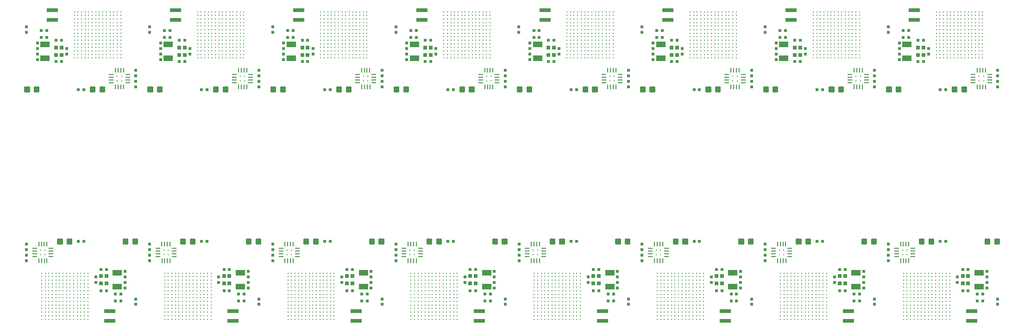
<source format=gtp>
G04 EAGLE Gerber RS-274X export*
G75*
%MOMM*%
%FSLAX34Y34*%
%LPD*%
%INSolderpaste Top*%
%IPPOS*%
%AMOC8*
5,1,8,0,0,1.08239X$1,22.5*%
G01*
%ADD10C,0.234000*%
%ADD11C,0.300000*%
%ADD12R,0.600000X0.600000*%
%ADD13R,1.800000X1.000000*%
%ADD14R,0.700000X0.750000*%
%ADD15R,0.200000X0.200000*%
%ADD16R,0.240000X0.850000*%
%ADD17R,0.850000X0.240000*%
%ADD18R,2.000000X0.800000*%


D10*
X37750Y67752D03*
X37750Y74252D03*
X44250Y67752D03*
X44250Y74252D03*
X37750Y80752D03*
X37750Y87252D03*
X44250Y80752D03*
X44250Y87252D03*
X37750Y93752D03*
X37750Y100252D03*
X44250Y93752D03*
X44250Y100252D03*
X37750Y106752D03*
X37750Y113252D03*
X44250Y106752D03*
X44250Y113252D03*
X37750Y119752D03*
X44250Y119752D03*
X37750Y126252D03*
X37750Y132752D03*
X44250Y126252D03*
X44250Y132752D03*
X37750Y139252D03*
X37750Y145752D03*
X44250Y139252D03*
X44250Y145752D03*
X37750Y152252D03*
X44250Y152252D03*
X50750Y67752D03*
X57250Y67752D03*
X63750Y67752D03*
X70250Y67752D03*
X76750Y67752D03*
X83250Y67752D03*
X89750Y67752D03*
X96250Y67752D03*
X102750Y67752D03*
X109250Y67752D03*
X115750Y67752D03*
X122250Y67752D03*
X50750Y74252D03*
X57250Y74252D03*
X63750Y74252D03*
X70250Y74252D03*
X76750Y74252D03*
X83250Y74252D03*
X89750Y74252D03*
X96250Y74252D03*
X102750Y74252D03*
X109250Y74252D03*
X115750Y74252D03*
X122250Y74252D03*
X50750Y80752D03*
X57250Y80752D03*
X63750Y80752D03*
X70250Y80752D03*
X76750Y80752D03*
X83250Y80752D03*
X89750Y80752D03*
X96250Y80752D03*
X102750Y80752D03*
X109250Y80752D03*
X115750Y80752D03*
X122250Y80752D03*
X50750Y87252D03*
X57250Y87252D03*
X63750Y87252D03*
X70250Y87252D03*
X76750Y87252D03*
X83250Y87252D03*
X89750Y87252D03*
X96250Y87252D03*
X102750Y87252D03*
X109250Y87252D03*
X115750Y87252D03*
X122250Y87252D03*
X50750Y93752D03*
X57250Y93752D03*
X63750Y93752D03*
X70250Y93752D03*
X76750Y93752D03*
X83250Y93752D03*
X89750Y93752D03*
X96250Y93752D03*
X102750Y93752D03*
X109250Y93752D03*
X115750Y93752D03*
X122250Y93752D03*
X50750Y100252D03*
X57250Y100252D03*
X63750Y100252D03*
X70250Y100252D03*
X76750Y100252D03*
X83250Y100252D03*
X89750Y100252D03*
X96250Y100252D03*
X102750Y100252D03*
X109250Y100252D03*
X115750Y100252D03*
X122250Y100252D03*
X50750Y106752D03*
X57250Y106752D03*
X63750Y106752D03*
X70250Y106752D03*
X76750Y106752D03*
X83250Y106752D03*
X89750Y106752D03*
X96250Y106752D03*
X102750Y106752D03*
X109250Y106752D03*
X115750Y106752D03*
X122250Y106752D03*
X50750Y113252D03*
X57250Y113252D03*
X63750Y113252D03*
X70250Y113252D03*
X76750Y113252D03*
X83250Y113252D03*
X89750Y113252D03*
X96250Y113252D03*
X102750Y113252D03*
X109250Y113252D03*
X115750Y113252D03*
X122250Y113252D03*
X50750Y119752D03*
X57250Y119752D03*
X63750Y119752D03*
X70250Y119752D03*
X76750Y119752D03*
X83250Y119752D03*
X89750Y119752D03*
X96250Y119752D03*
X102750Y119752D03*
X109250Y119752D03*
X115750Y119752D03*
X122250Y119752D03*
X50750Y126252D03*
X57250Y126252D03*
X63750Y126252D03*
X70250Y126252D03*
X76750Y126252D03*
X83250Y126252D03*
X89750Y126252D03*
X96250Y126252D03*
X102750Y126252D03*
X109250Y126252D03*
X115750Y126252D03*
X122250Y126252D03*
X50750Y132752D03*
X57250Y132752D03*
X63750Y132752D03*
X70250Y132752D03*
X76750Y132752D03*
X83250Y132752D03*
X89750Y132752D03*
X96250Y132752D03*
X102750Y132752D03*
X109250Y132752D03*
X115750Y132752D03*
X122250Y132752D03*
X50750Y139252D03*
X57250Y139252D03*
X63750Y139252D03*
X70250Y139252D03*
X76750Y139252D03*
X83250Y139252D03*
X89750Y139252D03*
X96250Y139252D03*
X102750Y139252D03*
X109250Y139252D03*
X115750Y139252D03*
X122250Y139252D03*
X50750Y145752D03*
X57250Y145752D03*
X63750Y145752D03*
X70250Y145752D03*
X76750Y145752D03*
X83250Y145752D03*
X89750Y145752D03*
X96250Y145752D03*
X102750Y145752D03*
X109250Y145752D03*
X115750Y145752D03*
X122250Y145752D03*
X50750Y152252D03*
X57250Y152252D03*
X63750Y152252D03*
X70250Y152252D03*
X76750Y152252D03*
X83250Y152252D03*
X89750Y152252D03*
X96250Y152252D03*
X102750Y152252D03*
X109250Y152252D03*
X115750Y152252D03*
X122250Y152252D03*
D11*
X194730Y206502D02*
X194730Y213502D01*
X194730Y206502D02*
X187730Y206502D01*
X187730Y213502D01*
X194730Y213502D01*
X194730Y209352D02*
X187730Y209352D01*
X187730Y212202D02*
X194730Y212202D01*
X212270Y213502D02*
X212270Y206502D01*
X205270Y206502D01*
X205270Y213502D01*
X212270Y213502D01*
X212270Y209352D02*
X205270Y209352D01*
X205270Y212202D02*
X212270Y212202D01*
D12*
X210000Y105002D03*
X210000Y95002D03*
D13*
X176000Y152502D03*
X176000Y127502D03*
D12*
X190000Y155002D03*
X190000Y145002D03*
X190000Y125002D03*
X190000Y135002D03*
X136500Y145002D03*
X136500Y135002D03*
X146000Y120002D03*
X156000Y120002D03*
X146000Y159002D03*
X156000Y159002D03*
D14*
X146000Y133252D03*
X146000Y146752D03*
X156000Y146752D03*
X156000Y133252D03*
D12*
X10000Y185002D03*
X10000Y175002D03*
X182800Y101602D03*
X172800Y101602D03*
X182800Y114302D03*
X172800Y114302D03*
D15*
X44000Y186002D03*
X44000Y194002D03*
X36000Y194002D03*
X36000Y186002D03*
D16*
X47550Y175002D03*
X42550Y175002D03*
X37550Y175002D03*
X32550Y175002D03*
D17*
X55000Y197552D03*
X55000Y192552D03*
X55000Y187552D03*
X55000Y182552D03*
D16*
X32450Y205002D03*
X37450Y205002D03*
X42450Y205002D03*
X47450Y205002D03*
D17*
X25000Y197552D03*
X25000Y192552D03*
X25000Y187552D03*
X25000Y182552D03*
D12*
X115000Y210002D03*
X105000Y210002D03*
D11*
X85270Y206502D02*
X85270Y213502D01*
X92270Y213502D01*
X92270Y206502D01*
X85270Y206502D01*
X85270Y209352D02*
X92270Y209352D01*
X92270Y212202D02*
X85270Y212202D01*
X67730Y213502D02*
X67730Y206502D01*
X67730Y213502D02*
X74730Y213502D01*
X74730Y206502D01*
X67730Y206502D01*
X67730Y209352D02*
X74730Y209352D01*
X74730Y212202D02*
X67730Y212202D01*
D12*
X10000Y195002D03*
X10000Y205002D03*
D18*
X162500Y64602D03*
X162500Y82602D03*
D10*
X262819Y67752D03*
X262819Y74252D03*
X269319Y67752D03*
X269319Y74252D03*
X262819Y80752D03*
X262819Y87252D03*
X269319Y80752D03*
X269319Y87252D03*
X262819Y93752D03*
X262819Y100252D03*
X269319Y93752D03*
X269319Y100252D03*
X262819Y106752D03*
X262819Y113252D03*
X269319Y106752D03*
X269319Y113252D03*
X262819Y119752D03*
X269319Y119752D03*
X262819Y126252D03*
X262819Y132752D03*
X269319Y126252D03*
X269319Y132752D03*
X262819Y139252D03*
X262819Y145752D03*
X269319Y139252D03*
X269319Y145752D03*
X262819Y152252D03*
X269319Y152252D03*
X275819Y67752D03*
X282319Y67752D03*
X288819Y67752D03*
X295319Y67752D03*
X301819Y67752D03*
X308319Y67752D03*
X314819Y67752D03*
X321319Y67752D03*
X327819Y67752D03*
X334319Y67752D03*
X340819Y67752D03*
X347319Y67752D03*
X275819Y74252D03*
X282319Y74252D03*
X288819Y74252D03*
X295319Y74252D03*
X301819Y74252D03*
X308319Y74252D03*
X314819Y74252D03*
X321319Y74252D03*
X327819Y74252D03*
X334319Y74252D03*
X340819Y74252D03*
X347319Y74252D03*
X275819Y80752D03*
X282319Y80752D03*
X288819Y80752D03*
X295319Y80752D03*
X301819Y80752D03*
X308319Y80752D03*
X314819Y80752D03*
X321319Y80752D03*
X327819Y80752D03*
X334319Y80752D03*
X340819Y80752D03*
X347319Y80752D03*
X275819Y87252D03*
X282319Y87252D03*
X288819Y87252D03*
X295319Y87252D03*
X301819Y87252D03*
X308319Y87252D03*
X314819Y87252D03*
X321319Y87252D03*
X327819Y87252D03*
X334319Y87252D03*
X340819Y87252D03*
X347319Y87252D03*
X275819Y93752D03*
X282319Y93752D03*
X288819Y93752D03*
X295319Y93752D03*
X301819Y93752D03*
X308319Y93752D03*
X314819Y93752D03*
X321319Y93752D03*
X327819Y93752D03*
X334319Y93752D03*
X340819Y93752D03*
X347319Y93752D03*
X275819Y100252D03*
X282319Y100252D03*
X288819Y100252D03*
X295319Y100252D03*
X301819Y100252D03*
X308319Y100252D03*
X314819Y100252D03*
X321319Y100252D03*
X327819Y100252D03*
X334319Y100252D03*
X340819Y100252D03*
X347319Y100252D03*
X275819Y106752D03*
X282319Y106752D03*
X288819Y106752D03*
X295319Y106752D03*
X301819Y106752D03*
X308319Y106752D03*
X314819Y106752D03*
X321319Y106752D03*
X327819Y106752D03*
X334319Y106752D03*
X340819Y106752D03*
X347319Y106752D03*
X275819Y113252D03*
X282319Y113252D03*
X288819Y113252D03*
X295319Y113252D03*
X301819Y113252D03*
X308319Y113252D03*
X314819Y113252D03*
X321319Y113252D03*
X327819Y113252D03*
X334319Y113252D03*
X340819Y113252D03*
X347319Y113252D03*
X275819Y119752D03*
X282319Y119752D03*
X288819Y119752D03*
X295319Y119752D03*
X301819Y119752D03*
X308319Y119752D03*
X314819Y119752D03*
X321319Y119752D03*
X327819Y119752D03*
X334319Y119752D03*
X340819Y119752D03*
X347319Y119752D03*
X275819Y126252D03*
X282319Y126252D03*
X288819Y126252D03*
X295319Y126252D03*
X301819Y126252D03*
X308319Y126252D03*
X314819Y126252D03*
X321319Y126252D03*
X327819Y126252D03*
X334319Y126252D03*
X340819Y126252D03*
X347319Y126252D03*
X275819Y132752D03*
X282319Y132752D03*
X288819Y132752D03*
X295319Y132752D03*
X301819Y132752D03*
X308319Y132752D03*
X314819Y132752D03*
X321319Y132752D03*
X327819Y132752D03*
X334319Y132752D03*
X340819Y132752D03*
X347319Y132752D03*
X275819Y139252D03*
X282319Y139252D03*
X288819Y139252D03*
X295319Y139252D03*
X301819Y139252D03*
X308319Y139252D03*
X314819Y139252D03*
X321319Y139252D03*
X327819Y139252D03*
X334319Y139252D03*
X340819Y139252D03*
X347319Y139252D03*
X275819Y145752D03*
X282319Y145752D03*
X288819Y145752D03*
X295319Y145752D03*
X301819Y145752D03*
X308319Y145752D03*
X314819Y145752D03*
X321319Y145752D03*
X327819Y145752D03*
X334319Y145752D03*
X340819Y145752D03*
X347319Y145752D03*
X275819Y152252D03*
X282319Y152252D03*
X288819Y152252D03*
X295319Y152252D03*
X301819Y152252D03*
X308319Y152252D03*
X314819Y152252D03*
X321319Y152252D03*
X327819Y152252D03*
X334319Y152252D03*
X340819Y152252D03*
X347319Y152252D03*
D11*
X419799Y206502D02*
X419799Y213502D01*
X419799Y206502D02*
X412799Y206502D01*
X412799Y213502D01*
X419799Y213502D01*
X419799Y209352D02*
X412799Y209352D01*
X412799Y212202D02*
X419799Y212202D01*
X437339Y213502D02*
X437339Y206502D01*
X430339Y206502D01*
X430339Y213502D01*
X437339Y213502D01*
X437339Y209352D02*
X430339Y209352D01*
X430339Y212202D02*
X437339Y212202D01*
D12*
X435069Y105002D03*
X435069Y95002D03*
D13*
X401069Y152502D03*
X401069Y127502D03*
D12*
X415069Y155002D03*
X415069Y145002D03*
X415069Y125002D03*
X415069Y135002D03*
X361569Y145002D03*
X361569Y135002D03*
X371069Y120002D03*
X381069Y120002D03*
X371069Y159002D03*
X381069Y159002D03*
D14*
X371069Y133252D03*
X371069Y146752D03*
X381069Y146752D03*
X381069Y133252D03*
D12*
X235069Y185002D03*
X235069Y175002D03*
X407869Y101602D03*
X397869Y101602D03*
X407869Y114302D03*
X397869Y114302D03*
D15*
X269069Y186002D03*
X269069Y194002D03*
X261069Y194002D03*
X261069Y186002D03*
D16*
X272619Y175002D03*
X267619Y175002D03*
X262619Y175002D03*
X257619Y175002D03*
D17*
X280069Y197552D03*
X280069Y192552D03*
X280069Y187552D03*
X280069Y182552D03*
D16*
X257519Y205002D03*
X262519Y205002D03*
X267519Y205002D03*
X272519Y205002D03*
D17*
X250069Y197552D03*
X250069Y192552D03*
X250069Y187552D03*
X250069Y182552D03*
D12*
X340069Y210002D03*
X330069Y210002D03*
D11*
X310339Y206502D02*
X310339Y213502D01*
X317339Y213502D01*
X317339Y206502D01*
X310339Y206502D01*
X310339Y209352D02*
X317339Y209352D01*
X317339Y212202D02*
X310339Y212202D01*
X292799Y213502D02*
X292799Y206502D01*
X292799Y213502D02*
X299799Y213502D01*
X299799Y206502D01*
X292799Y206502D01*
X292799Y209352D02*
X299799Y209352D01*
X299799Y212202D02*
X292799Y212202D01*
D12*
X235069Y195002D03*
X235069Y205002D03*
D18*
X387569Y64602D03*
X387569Y82602D03*
D10*
X487914Y67752D03*
X487914Y74252D03*
X494414Y67752D03*
X494414Y74252D03*
X487914Y80752D03*
X487914Y87252D03*
X494414Y80752D03*
X494414Y87252D03*
X487914Y93752D03*
X487914Y100252D03*
X494414Y93752D03*
X494414Y100252D03*
X487914Y106752D03*
X487914Y113252D03*
X494414Y106752D03*
X494414Y113252D03*
X487914Y119752D03*
X494414Y119752D03*
X487914Y126252D03*
X487914Y132752D03*
X494414Y126252D03*
X494414Y132752D03*
X487914Y139252D03*
X487914Y145752D03*
X494414Y139252D03*
X494414Y145752D03*
X487914Y152252D03*
X494414Y152252D03*
X500914Y67752D03*
X507414Y67752D03*
X513914Y67752D03*
X520414Y67752D03*
X526914Y67752D03*
X533414Y67752D03*
X539914Y67752D03*
X546414Y67752D03*
X552914Y67752D03*
X559414Y67752D03*
X565914Y67752D03*
X572414Y67752D03*
X500914Y74252D03*
X507414Y74252D03*
X513914Y74252D03*
X520414Y74252D03*
X526914Y74252D03*
X533414Y74252D03*
X539914Y74252D03*
X546414Y74252D03*
X552914Y74252D03*
X559414Y74252D03*
X565914Y74252D03*
X572414Y74252D03*
X500914Y80752D03*
X507414Y80752D03*
X513914Y80752D03*
X520414Y80752D03*
X526914Y80752D03*
X533414Y80752D03*
X539914Y80752D03*
X546414Y80752D03*
X552914Y80752D03*
X559414Y80752D03*
X565914Y80752D03*
X572414Y80752D03*
X500914Y87252D03*
X507414Y87252D03*
X513914Y87252D03*
X520414Y87252D03*
X526914Y87252D03*
X533414Y87252D03*
X539914Y87252D03*
X546414Y87252D03*
X552914Y87252D03*
X559414Y87252D03*
X565914Y87252D03*
X572414Y87252D03*
X500914Y93752D03*
X507414Y93752D03*
X513914Y93752D03*
X520414Y93752D03*
X526914Y93752D03*
X533414Y93752D03*
X539914Y93752D03*
X546414Y93752D03*
X552914Y93752D03*
X559414Y93752D03*
X565914Y93752D03*
X572414Y93752D03*
X500914Y100252D03*
X507414Y100252D03*
X513914Y100252D03*
X520414Y100252D03*
X526914Y100252D03*
X533414Y100252D03*
X539914Y100252D03*
X546414Y100252D03*
X552914Y100252D03*
X559414Y100252D03*
X565914Y100252D03*
X572414Y100252D03*
X500914Y106752D03*
X507414Y106752D03*
X513914Y106752D03*
X520414Y106752D03*
X526914Y106752D03*
X533414Y106752D03*
X539914Y106752D03*
X546414Y106752D03*
X552914Y106752D03*
X559414Y106752D03*
X565914Y106752D03*
X572414Y106752D03*
X500914Y113252D03*
X507414Y113252D03*
X513914Y113252D03*
X520414Y113252D03*
X526914Y113252D03*
X533414Y113252D03*
X539914Y113252D03*
X546414Y113252D03*
X552914Y113252D03*
X559414Y113252D03*
X565914Y113252D03*
X572414Y113252D03*
X500914Y119752D03*
X507414Y119752D03*
X513914Y119752D03*
X520414Y119752D03*
X526914Y119752D03*
X533414Y119752D03*
X539914Y119752D03*
X546414Y119752D03*
X552914Y119752D03*
X559414Y119752D03*
X565914Y119752D03*
X572414Y119752D03*
X500914Y126252D03*
X507414Y126252D03*
X513914Y126252D03*
X520414Y126252D03*
X526914Y126252D03*
X533414Y126252D03*
X539914Y126252D03*
X546414Y126252D03*
X552914Y126252D03*
X559414Y126252D03*
X565914Y126252D03*
X572414Y126252D03*
X500914Y132752D03*
X507414Y132752D03*
X513914Y132752D03*
X520414Y132752D03*
X526914Y132752D03*
X533414Y132752D03*
X539914Y132752D03*
X546414Y132752D03*
X552914Y132752D03*
X559414Y132752D03*
X565914Y132752D03*
X572414Y132752D03*
X500914Y139252D03*
X507414Y139252D03*
X513914Y139252D03*
X520414Y139252D03*
X526914Y139252D03*
X533414Y139252D03*
X539914Y139252D03*
X546414Y139252D03*
X552914Y139252D03*
X559414Y139252D03*
X565914Y139252D03*
X572414Y139252D03*
X500914Y145752D03*
X507414Y145752D03*
X513914Y145752D03*
X520414Y145752D03*
X526914Y145752D03*
X533414Y145752D03*
X539914Y145752D03*
X546414Y145752D03*
X552914Y145752D03*
X559414Y145752D03*
X565914Y145752D03*
X572414Y145752D03*
X500914Y152252D03*
X507414Y152252D03*
X513914Y152252D03*
X520414Y152252D03*
X526914Y152252D03*
X533414Y152252D03*
X539914Y152252D03*
X546414Y152252D03*
X552914Y152252D03*
X559414Y152252D03*
X565914Y152252D03*
X572414Y152252D03*
D11*
X644894Y206502D02*
X644894Y213502D01*
X644894Y206502D02*
X637894Y206502D01*
X637894Y213502D01*
X644894Y213502D01*
X644894Y209352D02*
X637894Y209352D01*
X637894Y212202D02*
X644894Y212202D01*
X662434Y213502D02*
X662434Y206502D01*
X655434Y206502D01*
X655434Y213502D01*
X662434Y213502D01*
X662434Y209352D02*
X655434Y209352D01*
X655434Y212202D02*
X662434Y212202D01*
D12*
X660164Y105002D03*
X660164Y95002D03*
D13*
X626164Y152502D03*
X626164Y127502D03*
D12*
X640164Y155002D03*
X640164Y145002D03*
X640164Y125002D03*
X640164Y135002D03*
X586664Y145002D03*
X586664Y135002D03*
X596164Y120002D03*
X606164Y120002D03*
X596164Y159002D03*
X606164Y159002D03*
D14*
X596164Y133252D03*
X596164Y146752D03*
X606164Y146752D03*
X606164Y133252D03*
D12*
X460164Y185002D03*
X460164Y175002D03*
X632964Y101602D03*
X622964Y101602D03*
X632964Y114302D03*
X622964Y114302D03*
D15*
X494164Y186002D03*
X494164Y194002D03*
X486164Y194002D03*
X486164Y186002D03*
D16*
X497714Y175002D03*
X492714Y175002D03*
X487714Y175002D03*
X482714Y175002D03*
D17*
X505164Y197552D03*
X505164Y192552D03*
X505164Y187552D03*
X505164Y182552D03*
D16*
X482614Y205002D03*
X487614Y205002D03*
X492614Y205002D03*
X497614Y205002D03*
D17*
X475164Y197552D03*
X475164Y192552D03*
X475164Y187552D03*
X475164Y182552D03*
D12*
X565164Y210002D03*
X555164Y210002D03*
D11*
X535434Y206502D02*
X535434Y213502D01*
X542434Y213502D01*
X542434Y206502D01*
X535434Y206502D01*
X535434Y209352D02*
X542434Y209352D01*
X542434Y212202D02*
X535434Y212202D01*
X517894Y213502D02*
X517894Y206502D01*
X517894Y213502D02*
X524894Y213502D01*
X524894Y206502D01*
X517894Y206502D01*
X517894Y209352D02*
X524894Y209352D01*
X524894Y212202D02*
X517894Y212202D01*
D12*
X460164Y195002D03*
X460164Y205002D03*
D18*
X612664Y64602D03*
X612664Y82602D03*
D10*
X712984Y67752D03*
X712984Y74252D03*
X719484Y67752D03*
X719484Y74252D03*
X712984Y80752D03*
X712984Y87252D03*
X719484Y80752D03*
X719484Y87252D03*
X712984Y93752D03*
X712984Y100252D03*
X719484Y93752D03*
X719484Y100252D03*
X712984Y106752D03*
X712984Y113252D03*
X719484Y106752D03*
X719484Y113252D03*
X712984Y119752D03*
X719484Y119752D03*
X712984Y126252D03*
X712984Y132752D03*
X719484Y126252D03*
X719484Y132752D03*
X712984Y139252D03*
X712984Y145752D03*
X719484Y139252D03*
X719484Y145752D03*
X712984Y152252D03*
X719484Y152252D03*
X725984Y67752D03*
X732484Y67752D03*
X738984Y67752D03*
X745484Y67752D03*
X751984Y67752D03*
X758484Y67752D03*
X764984Y67752D03*
X771484Y67752D03*
X777984Y67752D03*
X784484Y67752D03*
X790984Y67752D03*
X797484Y67752D03*
X725984Y74252D03*
X732484Y74252D03*
X738984Y74252D03*
X745484Y74252D03*
X751984Y74252D03*
X758484Y74252D03*
X764984Y74252D03*
X771484Y74252D03*
X777984Y74252D03*
X784484Y74252D03*
X790984Y74252D03*
X797484Y74252D03*
X725984Y80752D03*
X732484Y80752D03*
X738984Y80752D03*
X745484Y80752D03*
X751984Y80752D03*
X758484Y80752D03*
X764984Y80752D03*
X771484Y80752D03*
X777984Y80752D03*
X784484Y80752D03*
X790984Y80752D03*
X797484Y80752D03*
X725984Y87252D03*
X732484Y87252D03*
X738984Y87252D03*
X745484Y87252D03*
X751984Y87252D03*
X758484Y87252D03*
X764984Y87252D03*
X771484Y87252D03*
X777984Y87252D03*
X784484Y87252D03*
X790984Y87252D03*
X797484Y87252D03*
X725984Y93752D03*
X732484Y93752D03*
X738984Y93752D03*
X745484Y93752D03*
X751984Y93752D03*
X758484Y93752D03*
X764984Y93752D03*
X771484Y93752D03*
X777984Y93752D03*
X784484Y93752D03*
X790984Y93752D03*
X797484Y93752D03*
X725984Y100252D03*
X732484Y100252D03*
X738984Y100252D03*
X745484Y100252D03*
X751984Y100252D03*
X758484Y100252D03*
X764984Y100252D03*
X771484Y100252D03*
X777984Y100252D03*
X784484Y100252D03*
X790984Y100252D03*
X797484Y100252D03*
X725984Y106752D03*
X732484Y106752D03*
X738984Y106752D03*
X745484Y106752D03*
X751984Y106752D03*
X758484Y106752D03*
X764984Y106752D03*
X771484Y106752D03*
X777984Y106752D03*
X784484Y106752D03*
X790984Y106752D03*
X797484Y106752D03*
X725984Y113252D03*
X732484Y113252D03*
X738984Y113252D03*
X745484Y113252D03*
X751984Y113252D03*
X758484Y113252D03*
X764984Y113252D03*
X771484Y113252D03*
X777984Y113252D03*
X784484Y113252D03*
X790984Y113252D03*
X797484Y113252D03*
X725984Y119752D03*
X732484Y119752D03*
X738984Y119752D03*
X745484Y119752D03*
X751984Y119752D03*
X758484Y119752D03*
X764984Y119752D03*
X771484Y119752D03*
X777984Y119752D03*
X784484Y119752D03*
X790984Y119752D03*
X797484Y119752D03*
X725984Y126252D03*
X732484Y126252D03*
X738984Y126252D03*
X745484Y126252D03*
X751984Y126252D03*
X758484Y126252D03*
X764984Y126252D03*
X771484Y126252D03*
X777984Y126252D03*
X784484Y126252D03*
X790984Y126252D03*
X797484Y126252D03*
X725984Y132752D03*
X732484Y132752D03*
X738984Y132752D03*
X745484Y132752D03*
X751984Y132752D03*
X758484Y132752D03*
X764984Y132752D03*
X771484Y132752D03*
X777984Y132752D03*
X784484Y132752D03*
X790984Y132752D03*
X797484Y132752D03*
X725984Y139252D03*
X732484Y139252D03*
X738984Y139252D03*
X745484Y139252D03*
X751984Y139252D03*
X758484Y139252D03*
X764984Y139252D03*
X771484Y139252D03*
X777984Y139252D03*
X784484Y139252D03*
X790984Y139252D03*
X797484Y139252D03*
X725984Y145752D03*
X732484Y145752D03*
X738984Y145752D03*
X745484Y145752D03*
X751984Y145752D03*
X758484Y145752D03*
X764984Y145752D03*
X771484Y145752D03*
X777984Y145752D03*
X784484Y145752D03*
X790984Y145752D03*
X797484Y145752D03*
X725984Y152252D03*
X732484Y152252D03*
X738984Y152252D03*
X745484Y152252D03*
X751984Y152252D03*
X758484Y152252D03*
X764984Y152252D03*
X771484Y152252D03*
X777984Y152252D03*
X784484Y152252D03*
X790984Y152252D03*
X797484Y152252D03*
D11*
X869964Y206502D02*
X869964Y213502D01*
X869964Y206502D02*
X862964Y206502D01*
X862964Y213502D01*
X869964Y213502D01*
X869964Y209352D02*
X862964Y209352D01*
X862964Y212202D02*
X869964Y212202D01*
X887504Y213502D02*
X887504Y206502D01*
X880504Y206502D01*
X880504Y213502D01*
X887504Y213502D01*
X887504Y209352D02*
X880504Y209352D01*
X880504Y212202D02*
X887504Y212202D01*
D12*
X885234Y105002D03*
X885234Y95002D03*
D13*
X851234Y152502D03*
X851234Y127502D03*
D12*
X865234Y155002D03*
X865234Y145002D03*
X865234Y125002D03*
X865234Y135002D03*
X811734Y145002D03*
X811734Y135002D03*
X821234Y120002D03*
X831234Y120002D03*
X821234Y159002D03*
X831234Y159002D03*
D14*
X821234Y133252D03*
X821234Y146752D03*
X831234Y146752D03*
X831234Y133252D03*
D12*
X685234Y185002D03*
X685234Y175002D03*
X858034Y101602D03*
X848034Y101602D03*
X858034Y114302D03*
X848034Y114302D03*
D15*
X719234Y186002D03*
X719234Y194002D03*
X711234Y194002D03*
X711234Y186002D03*
D16*
X722784Y175002D03*
X717784Y175002D03*
X712784Y175002D03*
X707784Y175002D03*
D17*
X730234Y197552D03*
X730234Y192552D03*
X730234Y187552D03*
X730234Y182552D03*
D16*
X707684Y205002D03*
X712684Y205002D03*
X717684Y205002D03*
X722684Y205002D03*
D17*
X700234Y197552D03*
X700234Y192552D03*
X700234Y187552D03*
X700234Y182552D03*
D12*
X790234Y210002D03*
X780234Y210002D03*
D11*
X760504Y206502D02*
X760504Y213502D01*
X767504Y213502D01*
X767504Y206502D01*
X760504Y206502D01*
X760504Y209352D02*
X767504Y209352D01*
X767504Y212202D02*
X760504Y212202D01*
X742964Y213502D02*
X742964Y206502D01*
X742964Y213502D02*
X749964Y213502D01*
X749964Y206502D01*
X742964Y206502D01*
X742964Y209352D02*
X749964Y209352D01*
X749964Y212202D02*
X742964Y212202D01*
D12*
X685234Y195002D03*
X685234Y205002D03*
D18*
X837734Y64602D03*
X837734Y82602D03*
D10*
X938078Y67752D03*
X938078Y74252D03*
X944578Y67752D03*
X944578Y74252D03*
X938078Y80752D03*
X938078Y87252D03*
X944578Y80752D03*
X944578Y87252D03*
X938078Y93752D03*
X938078Y100252D03*
X944578Y93752D03*
X944578Y100252D03*
X938078Y106752D03*
X938078Y113252D03*
X944578Y106752D03*
X944578Y113252D03*
X938078Y119752D03*
X944578Y119752D03*
X938078Y126252D03*
X938078Y132752D03*
X944578Y126252D03*
X944578Y132752D03*
X938078Y139252D03*
X938078Y145752D03*
X944578Y139252D03*
X944578Y145752D03*
X938078Y152252D03*
X944578Y152252D03*
X951078Y67752D03*
X957578Y67752D03*
X964078Y67752D03*
X970578Y67752D03*
X977078Y67752D03*
X983578Y67752D03*
X990078Y67752D03*
X996578Y67752D03*
X1003078Y67752D03*
X1009578Y67752D03*
X1016078Y67752D03*
X1022578Y67752D03*
X951078Y74252D03*
X957578Y74252D03*
X964078Y74252D03*
X970578Y74252D03*
X977078Y74252D03*
X983578Y74252D03*
X990078Y74252D03*
X996578Y74252D03*
X1003078Y74252D03*
X1009578Y74252D03*
X1016078Y74252D03*
X1022578Y74252D03*
X951078Y80752D03*
X957578Y80752D03*
X964078Y80752D03*
X970578Y80752D03*
X977078Y80752D03*
X983578Y80752D03*
X990078Y80752D03*
X996578Y80752D03*
X1003078Y80752D03*
X1009578Y80752D03*
X1016078Y80752D03*
X1022578Y80752D03*
X951078Y87252D03*
X957578Y87252D03*
X964078Y87252D03*
X970578Y87252D03*
X977078Y87252D03*
X983578Y87252D03*
X990078Y87252D03*
X996578Y87252D03*
X1003078Y87252D03*
X1009578Y87252D03*
X1016078Y87252D03*
X1022578Y87252D03*
X951078Y93752D03*
X957578Y93752D03*
X964078Y93752D03*
X970578Y93752D03*
X977078Y93752D03*
X983578Y93752D03*
X990078Y93752D03*
X996578Y93752D03*
X1003078Y93752D03*
X1009578Y93752D03*
X1016078Y93752D03*
X1022578Y93752D03*
X951078Y100252D03*
X957578Y100252D03*
X964078Y100252D03*
X970578Y100252D03*
X977078Y100252D03*
X983578Y100252D03*
X990078Y100252D03*
X996578Y100252D03*
X1003078Y100252D03*
X1009578Y100252D03*
X1016078Y100252D03*
X1022578Y100252D03*
X951078Y106752D03*
X957578Y106752D03*
X964078Y106752D03*
X970578Y106752D03*
X977078Y106752D03*
X983578Y106752D03*
X990078Y106752D03*
X996578Y106752D03*
X1003078Y106752D03*
X1009578Y106752D03*
X1016078Y106752D03*
X1022578Y106752D03*
X951078Y113252D03*
X957578Y113252D03*
X964078Y113252D03*
X970578Y113252D03*
X977078Y113252D03*
X983578Y113252D03*
X990078Y113252D03*
X996578Y113252D03*
X1003078Y113252D03*
X1009578Y113252D03*
X1016078Y113252D03*
X1022578Y113252D03*
X951078Y119752D03*
X957578Y119752D03*
X964078Y119752D03*
X970578Y119752D03*
X977078Y119752D03*
X983578Y119752D03*
X990078Y119752D03*
X996578Y119752D03*
X1003078Y119752D03*
X1009578Y119752D03*
X1016078Y119752D03*
X1022578Y119752D03*
X951078Y126252D03*
X957578Y126252D03*
X964078Y126252D03*
X970578Y126252D03*
X977078Y126252D03*
X983578Y126252D03*
X990078Y126252D03*
X996578Y126252D03*
X1003078Y126252D03*
X1009578Y126252D03*
X1016078Y126252D03*
X1022578Y126252D03*
X951078Y132752D03*
X957578Y132752D03*
X964078Y132752D03*
X970578Y132752D03*
X977078Y132752D03*
X983578Y132752D03*
X990078Y132752D03*
X996578Y132752D03*
X1003078Y132752D03*
X1009578Y132752D03*
X1016078Y132752D03*
X1022578Y132752D03*
X951078Y139252D03*
X957578Y139252D03*
X964078Y139252D03*
X970578Y139252D03*
X977078Y139252D03*
X983578Y139252D03*
X990078Y139252D03*
X996578Y139252D03*
X1003078Y139252D03*
X1009578Y139252D03*
X1016078Y139252D03*
X1022578Y139252D03*
X951078Y145752D03*
X957578Y145752D03*
X964078Y145752D03*
X970578Y145752D03*
X977078Y145752D03*
X983578Y145752D03*
X990078Y145752D03*
X996578Y145752D03*
X1003078Y145752D03*
X1009578Y145752D03*
X1016078Y145752D03*
X1022578Y145752D03*
X951078Y152252D03*
X957578Y152252D03*
X964078Y152252D03*
X970578Y152252D03*
X977078Y152252D03*
X983578Y152252D03*
X990078Y152252D03*
X996578Y152252D03*
X1003078Y152252D03*
X1009578Y152252D03*
X1016078Y152252D03*
X1022578Y152252D03*
D11*
X1095058Y206502D02*
X1095058Y213502D01*
X1095058Y206502D02*
X1088058Y206502D01*
X1088058Y213502D01*
X1095058Y213502D01*
X1095058Y209352D02*
X1088058Y209352D01*
X1088058Y212202D02*
X1095058Y212202D01*
X1112598Y213502D02*
X1112598Y206502D01*
X1105598Y206502D01*
X1105598Y213502D01*
X1112598Y213502D01*
X1112598Y209352D02*
X1105598Y209352D01*
X1105598Y212202D02*
X1112598Y212202D01*
D12*
X1110328Y105002D03*
X1110328Y95002D03*
D13*
X1076328Y152502D03*
X1076328Y127502D03*
D12*
X1090328Y155002D03*
X1090328Y145002D03*
X1090328Y125002D03*
X1090328Y135002D03*
X1036828Y145002D03*
X1036828Y135002D03*
X1046328Y120002D03*
X1056328Y120002D03*
X1046328Y159002D03*
X1056328Y159002D03*
D14*
X1046328Y133252D03*
X1046328Y146752D03*
X1056328Y146752D03*
X1056328Y133252D03*
D12*
X910328Y185002D03*
X910328Y175002D03*
X1083128Y101602D03*
X1073128Y101602D03*
X1083128Y114302D03*
X1073128Y114302D03*
D15*
X944328Y186002D03*
X944328Y194002D03*
X936328Y194002D03*
X936328Y186002D03*
D16*
X947878Y175002D03*
X942878Y175002D03*
X937878Y175002D03*
X932878Y175002D03*
D17*
X955328Y197552D03*
X955328Y192552D03*
X955328Y187552D03*
X955328Y182552D03*
D16*
X932778Y205002D03*
X937778Y205002D03*
X942778Y205002D03*
X947778Y205002D03*
D17*
X925328Y197552D03*
X925328Y192552D03*
X925328Y187552D03*
X925328Y182552D03*
D12*
X1015328Y210002D03*
X1005328Y210002D03*
D11*
X985598Y206502D02*
X985598Y213502D01*
X992598Y213502D01*
X992598Y206502D01*
X985598Y206502D01*
X985598Y209352D02*
X992598Y209352D01*
X992598Y212202D02*
X985598Y212202D01*
X968058Y213502D02*
X968058Y206502D01*
X968058Y213502D02*
X975058Y213502D01*
X975058Y206502D01*
X968058Y206502D01*
X968058Y209352D02*
X975058Y209352D01*
X975058Y212202D02*
X968058Y212202D01*
D12*
X910328Y195002D03*
X910328Y205002D03*
D18*
X1062828Y64602D03*
X1062828Y82602D03*
D10*
X1163148Y67752D03*
X1163148Y74252D03*
X1169648Y67752D03*
X1169648Y74252D03*
X1163148Y80752D03*
X1163148Y87252D03*
X1169648Y80752D03*
X1169648Y87252D03*
X1163148Y93752D03*
X1163148Y100252D03*
X1169648Y93752D03*
X1169648Y100252D03*
X1163148Y106752D03*
X1163148Y113252D03*
X1169648Y106752D03*
X1169648Y113252D03*
X1163148Y119752D03*
X1169648Y119752D03*
X1163148Y126252D03*
X1163148Y132752D03*
X1169648Y126252D03*
X1169648Y132752D03*
X1163148Y139252D03*
X1163148Y145752D03*
X1169648Y139252D03*
X1169648Y145752D03*
X1163148Y152252D03*
X1169648Y152252D03*
X1176148Y67752D03*
X1182648Y67752D03*
X1189148Y67752D03*
X1195648Y67752D03*
X1202148Y67752D03*
X1208648Y67752D03*
X1215148Y67752D03*
X1221648Y67752D03*
X1228148Y67752D03*
X1234648Y67752D03*
X1241148Y67752D03*
X1247648Y67752D03*
X1176148Y74252D03*
X1182648Y74252D03*
X1189148Y74252D03*
X1195648Y74252D03*
X1202148Y74252D03*
X1208648Y74252D03*
X1215148Y74252D03*
X1221648Y74252D03*
X1228148Y74252D03*
X1234648Y74252D03*
X1241148Y74252D03*
X1247648Y74252D03*
X1176148Y80752D03*
X1182648Y80752D03*
X1189148Y80752D03*
X1195648Y80752D03*
X1202148Y80752D03*
X1208648Y80752D03*
X1215148Y80752D03*
X1221648Y80752D03*
X1228148Y80752D03*
X1234648Y80752D03*
X1241148Y80752D03*
X1247648Y80752D03*
X1176148Y87252D03*
X1182648Y87252D03*
X1189148Y87252D03*
X1195648Y87252D03*
X1202148Y87252D03*
X1208648Y87252D03*
X1215148Y87252D03*
X1221648Y87252D03*
X1228148Y87252D03*
X1234648Y87252D03*
X1241148Y87252D03*
X1247648Y87252D03*
X1176148Y93752D03*
X1182648Y93752D03*
X1189148Y93752D03*
X1195648Y93752D03*
X1202148Y93752D03*
X1208648Y93752D03*
X1215148Y93752D03*
X1221648Y93752D03*
X1228148Y93752D03*
X1234648Y93752D03*
X1241148Y93752D03*
X1247648Y93752D03*
X1176148Y100252D03*
X1182648Y100252D03*
X1189148Y100252D03*
X1195648Y100252D03*
X1202148Y100252D03*
X1208648Y100252D03*
X1215148Y100252D03*
X1221648Y100252D03*
X1228148Y100252D03*
X1234648Y100252D03*
X1241148Y100252D03*
X1247648Y100252D03*
X1176148Y106752D03*
X1182648Y106752D03*
X1189148Y106752D03*
X1195648Y106752D03*
X1202148Y106752D03*
X1208648Y106752D03*
X1215148Y106752D03*
X1221648Y106752D03*
X1228148Y106752D03*
X1234648Y106752D03*
X1241148Y106752D03*
X1247648Y106752D03*
X1176148Y113252D03*
X1182648Y113252D03*
X1189148Y113252D03*
X1195648Y113252D03*
X1202148Y113252D03*
X1208648Y113252D03*
X1215148Y113252D03*
X1221648Y113252D03*
X1228148Y113252D03*
X1234648Y113252D03*
X1241148Y113252D03*
X1247648Y113252D03*
X1176148Y119752D03*
X1182648Y119752D03*
X1189148Y119752D03*
X1195648Y119752D03*
X1202148Y119752D03*
X1208648Y119752D03*
X1215148Y119752D03*
X1221648Y119752D03*
X1228148Y119752D03*
X1234648Y119752D03*
X1241148Y119752D03*
X1247648Y119752D03*
X1176148Y126252D03*
X1182648Y126252D03*
X1189148Y126252D03*
X1195648Y126252D03*
X1202148Y126252D03*
X1208648Y126252D03*
X1215148Y126252D03*
X1221648Y126252D03*
X1228148Y126252D03*
X1234648Y126252D03*
X1241148Y126252D03*
X1247648Y126252D03*
X1176148Y132752D03*
X1182648Y132752D03*
X1189148Y132752D03*
X1195648Y132752D03*
X1202148Y132752D03*
X1208648Y132752D03*
X1215148Y132752D03*
X1221648Y132752D03*
X1228148Y132752D03*
X1234648Y132752D03*
X1241148Y132752D03*
X1247648Y132752D03*
X1176148Y139252D03*
X1182648Y139252D03*
X1189148Y139252D03*
X1195648Y139252D03*
X1202148Y139252D03*
X1208648Y139252D03*
X1215148Y139252D03*
X1221648Y139252D03*
X1228148Y139252D03*
X1234648Y139252D03*
X1241148Y139252D03*
X1247648Y139252D03*
X1176148Y145752D03*
X1182648Y145752D03*
X1189148Y145752D03*
X1195648Y145752D03*
X1202148Y145752D03*
X1208648Y145752D03*
X1215148Y145752D03*
X1221648Y145752D03*
X1228148Y145752D03*
X1234648Y145752D03*
X1241148Y145752D03*
X1247648Y145752D03*
X1176148Y152252D03*
X1182648Y152252D03*
X1189148Y152252D03*
X1195648Y152252D03*
X1202148Y152252D03*
X1208648Y152252D03*
X1215148Y152252D03*
X1221648Y152252D03*
X1228148Y152252D03*
X1234648Y152252D03*
X1241148Y152252D03*
X1247648Y152252D03*
D11*
X1320128Y206502D02*
X1320128Y213502D01*
X1320128Y206502D02*
X1313128Y206502D01*
X1313128Y213502D01*
X1320128Y213502D01*
X1320128Y209352D02*
X1313128Y209352D01*
X1313128Y212202D02*
X1320128Y212202D01*
X1337668Y213502D02*
X1337668Y206502D01*
X1330668Y206502D01*
X1330668Y213502D01*
X1337668Y213502D01*
X1337668Y209352D02*
X1330668Y209352D01*
X1330668Y212202D02*
X1337668Y212202D01*
D12*
X1335398Y105002D03*
X1335398Y95002D03*
D13*
X1301398Y152502D03*
X1301398Y127502D03*
D12*
X1315398Y155002D03*
X1315398Y145002D03*
X1315398Y125002D03*
X1315398Y135002D03*
X1261898Y145002D03*
X1261898Y135002D03*
X1271398Y120002D03*
X1281398Y120002D03*
X1271398Y159002D03*
X1281398Y159002D03*
D14*
X1271398Y133252D03*
X1271398Y146752D03*
X1281398Y146752D03*
X1281398Y133252D03*
D12*
X1135398Y185002D03*
X1135398Y175002D03*
X1308198Y101602D03*
X1298198Y101602D03*
X1308198Y114302D03*
X1298198Y114302D03*
D15*
X1169398Y186002D03*
X1169398Y194002D03*
X1161398Y194002D03*
X1161398Y186002D03*
D16*
X1172948Y175002D03*
X1167948Y175002D03*
X1162948Y175002D03*
X1157948Y175002D03*
D17*
X1180398Y197552D03*
X1180398Y192552D03*
X1180398Y187552D03*
X1180398Y182552D03*
D16*
X1157848Y205002D03*
X1162848Y205002D03*
X1167848Y205002D03*
X1172848Y205002D03*
D17*
X1150398Y197552D03*
X1150398Y192552D03*
X1150398Y187552D03*
X1150398Y182552D03*
D12*
X1240398Y210002D03*
X1230398Y210002D03*
D11*
X1210668Y206502D02*
X1210668Y213502D01*
X1217668Y213502D01*
X1217668Y206502D01*
X1210668Y206502D01*
X1210668Y209352D02*
X1217668Y209352D01*
X1217668Y212202D02*
X1210668Y212202D01*
X1193128Y213502D02*
X1193128Y206502D01*
X1193128Y213502D02*
X1200128Y213502D01*
X1200128Y206502D01*
X1193128Y206502D01*
X1193128Y209352D02*
X1200128Y209352D01*
X1200128Y212202D02*
X1193128Y212202D01*
D12*
X1135398Y195002D03*
X1135398Y205002D03*
D18*
X1287898Y64602D03*
X1287898Y82602D03*
D10*
X1388243Y67752D03*
X1388243Y74252D03*
X1394743Y67752D03*
X1394743Y74252D03*
X1388243Y80752D03*
X1388243Y87252D03*
X1394743Y80752D03*
X1394743Y87252D03*
X1388243Y93752D03*
X1388243Y100252D03*
X1394743Y93752D03*
X1394743Y100252D03*
X1388243Y106752D03*
X1388243Y113252D03*
X1394743Y106752D03*
X1394743Y113252D03*
X1388243Y119752D03*
X1394743Y119752D03*
X1388243Y126252D03*
X1388243Y132752D03*
X1394743Y126252D03*
X1394743Y132752D03*
X1388243Y139252D03*
X1388243Y145752D03*
X1394743Y139252D03*
X1394743Y145752D03*
X1388243Y152252D03*
X1394743Y152252D03*
X1401243Y67752D03*
X1407743Y67752D03*
X1414243Y67752D03*
X1420743Y67752D03*
X1427243Y67752D03*
X1433743Y67752D03*
X1440243Y67752D03*
X1446743Y67752D03*
X1453243Y67752D03*
X1459743Y67752D03*
X1466243Y67752D03*
X1472743Y67752D03*
X1401243Y74252D03*
X1407743Y74252D03*
X1414243Y74252D03*
X1420743Y74252D03*
X1427243Y74252D03*
X1433743Y74252D03*
X1440243Y74252D03*
X1446743Y74252D03*
X1453243Y74252D03*
X1459743Y74252D03*
X1466243Y74252D03*
X1472743Y74252D03*
X1401243Y80752D03*
X1407743Y80752D03*
X1414243Y80752D03*
X1420743Y80752D03*
X1427243Y80752D03*
X1433743Y80752D03*
X1440243Y80752D03*
X1446743Y80752D03*
X1453243Y80752D03*
X1459743Y80752D03*
X1466243Y80752D03*
X1472743Y80752D03*
X1401243Y87252D03*
X1407743Y87252D03*
X1414243Y87252D03*
X1420743Y87252D03*
X1427243Y87252D03*
X1433743Y87252D03*
X1440243Y87252D03*
X1446743Y87252D03*
X1453243Y87252D03*
X1459743Y87252D03*
X1466243Y87252D03*
X1472743Y87252D03*
X1401243Y93752D03*
X1407743Y93752D03*
X1414243Y93752D03*
X1420743Y93752D03*
X1427243Y93752D03*
X1433743Y93752D03*
X1440243Y93752D03*
X1446743Y93752D03*
X1453243Y93752D03*
X1459743Y93752D03*
X1466243Y93752D03*
X1472743Y93752D03*
X1401243Y100252D03*
X1407743Y100252D03*
X1414243Y100252D03*
X1420743Y100252D03*
X1427243Y100252D03*
X1433743Y100252D03*
X1440243Y100252D03*
X1446743Y100252D03*
X1453243Y100252D03*
X1459743Y100252D03*
X1466243Y100252D03*
X1472743Y100252D03*
X1401243Y106752D03*
X1407743Y106752D03*
X1414243Y106752D03*
X1420743Y106752D03*
X1427243Y106752D03*
X1433743Y106752D03*
X1440243Y106752D03*
X1446743Y106752D03*
X1453243Y106752D03*
X1459743Y106752D03*
X1466243Y106752D03*
X1472743Y106752D03*
X1401243Y113252D03*
X1407743Y113252D03*
X1414243Y113252D03*
X1420743Y113252D03*
X1427243Y113252D03*
X1433743Y113252D03*
X1440243Y113252D03*
X1446743Y113252D03*
X1453243Y113252D03*
X1459743Y113252D03*
X1466243Y113252D03*
X1472743Y113252D03*
X1401243Y119752D03*
X1407743Y119752D03*
X1414243Y119752D03*
X1420743Y119752D03*
X1427243Y119752D03*
X1433743Y119752D03*
X1440243Y119752D03*
X1446743Y119752D03*
X1453243Y119752D03*
X1459743Y119752D03*
X1466243Y119752D03*
X1472743Y119752D03*
X1401243Y126252D03*
X1407743Y126252D03*
X1414243Y126252D03*
X1420743Y126252D03*
X1427243Y126252D03*
X1433743Y126252D03*
X1440243Y126252D03*
X1446743Y126252D03*
X1453243Y126252D03*
X1459743Y126252D03*
X1466243Y126252D03*
X1472743Y126252D03*
X1401243Y132752D03*
X1407743Y132752D03*
X1414243Y132752D03*
X1420743Y132752D03*
X1427243Y132752D03*
X1433743Y132752D03*
X1440243Y132752D03*
X1446743Y132752D03*
X1453243Y132752D03*
X1459743Y132752D03*
X1466243Y132752D03*
X1472743Y132752D03*
X1401243Y139252D03*
X1407743Y139252D03*
X1414243Y139252D03*
X1420743Y139252D03*
X1427243Y139252D03*
X1433743Y139252D03*
X1440243Y139252D03*
X1446743Y139252D03*
X1453243Y139252D03*
X1459743Y139252D03*
X1466243Y139252D03*
X1472743Y139252D03*
X1401243Y145752D03*
X1407743Y145752D03*
X1414243Y145752D03*
X1420743Y145752D03*
X1427243Y145752D03*
X1433743Y145752D03*
X1440243Y145752D03*
X1446743Y145752D03*
X1453243Y145752D03*
X1459743Y145752D03*
X1466243Y145752D03*
X1472743Y145752D03*
X1401243Y152252D03*
X1407743Y152252D03*
X1414243Y152252D03*
X1420743Y152252D03*
X1427243Y152252D03*
X1433743Y152252D03*
X1440243Y152252D03*
X1446743Y152252D03*
X1453243Y152252D03*
X1459743Y152252D03*
X1466243Y152252D03*
X1472743Y152252D03*
D11*
X1545223Y206502D02*
X1545223Y213502D01*
X1545223Y206502D02*
X1538223Y206502D01*
X1538223Y213502D01*
X1545223Y213502D01*
X1545223Y209352D02*
X1538223Y209352D01*
X1538223Y212202D02*
X1545223Y212202D01*
X1562763Y213502D02*
X1562763Y206502D01*
X1555763Y206502D01*
X1555763Y213502D01*
X1562763Y213502D01*
X1562763Y209352D02*
X1555763Y209352D01*
X1555763Y212202D02*
X1562763Y212202D01*
D12*
X1560493Y105002D03*
X1560493Y95002D03*
D13*
X1526493Y152502D03*
X1526493Y127502D03*
D12*
X1540493Y155002D03*
X1540493Y145002D03*
X1540493Y125002D03*
X1540493Y135002D03*
X1486993Y145002D03*
X1486993Y135002D03*
X1496493Y120002D03*
X1506493Y120002D03*
X1496493Y159002D03*
X1506493Y159002D03*
D14*
X1496493Y133252D03*
X1496493Y146752D03*
X1506493Y146752D03*
X1506493Y133252D03*
D12*
X1360493Y185002D03*
X1360493Y175002D03*
X1533293Y101602D03*
X1523293Y101602D03*
X1533293Y114302D03*
X1523293Y114302D03*
D15*
X1394493Y186002D03*
X1394493Y194002D03*
X1386493Y194002D03*
X1386493Y186002D03*
D16*
X1398043Y175002D03*
X1393043Y175002D03*
X1388043Y175002D03*
X1383043Y175002D03*
D17*
X1405493Y197552D03*
X1405493Y192552D03*
X1405493Y187552D03*
X1405493Y182552D03*
D16*
X1382943Y205002D03*
X1387943Y205002D03*
X1392943Y205002D03*
X1397943Y205002D03*
D17*
X1375493Y197552D03*
X1375493Y192552D03*
X1375493Y187552D03*
X1375493Y182552D03*
D12*
X1465493Y210002D03*
X1455493Y210002D03*
D11*
X1435763Y206502D02*
X1435763Y213502D01*
X1442763Y213502D01*
X1442763Y206502D01*
X1435763Y206502D01*
X1435763Y209352D02*
X1442763Y209352D01*
X1442763Y212202D02*
X1435763Y212202D01*
X1418223Y213502D02*
X1418223Y206502D01*
X1418223Y213502D02*
X1425223Y213502D01*
X1425223Y206502D01*
X1418223Y206502D01*
X1418223Y209352D02*
X1425223Y209352D01*
X1425223Y212202D02*
X1418223Y212202D01*
D12*
X1360493Y195002D03*
X1360493Y205002D03*
D18*
X1512993Y64602D03*
X1512993Y82602D03*
D10*
X1613312Y67752D03*
X1613312Y74252D03*
X1619812Y67752D03*
X1619812Y74252D03*
X1613312Y80752D03*
X1613312Y87252D03*
X1619812Y80752D03*
X1619812Y87252D03*
X1613312Y93752D03*
X1613312Y100252D03*
X1619812Y93752D03*
X1619812Y100252D03*
X1613312Y106752D03*
X1613312Y113252D03*
X1619812Y106752D03*
X1619812Y113252D03*
X1613312Y119752D03*
X1619812Y119752D03*
X1613312Y126252D03*
X1613312Y132752D03*
X1619812Y126252D03*
X1619812Y132752D03*
X1613312Y139252D03*
X1613312Y145752D03*
X1619812Y139252D03*
X1619812Y145752D03*
X1613312Y152252D03*
X1619812Y152252D03*
X1626312Y67752D03*
X1632812Y67752D03*
X1639312Y67752D03*
X1645812Y67752D03*
X1652312Y67752D03*
X1658812Y67752D03*
X1665312Y67752D03*
X1671812Y67752D03*
X1678312Y67752D03*
X1684812Y67752D03*
X1691312Y67752D03*
X1697812Y67752D03*
X1626312Y74252D03*
X1632812Y74252D03*
X1639312Y74252D03*
X1645812Y74252D03*
X1652312Y74252D03*
X1658812Y74252D03*
X1665312Y74252D03*
X1671812Y74252D03*
X1678312Y74252D03*
X1684812Y74252D03*
X1691312Y74252D03*
X1697812Y74252D03*
X1626312Y80752D03*
X1632812Y80752D03*
X1639312Y80752D03*
X1645812Y80752D03*
X1652312Y80752D03*
X1658812Y80752D03*
X1665312Y80752D03*
X1671812Y80752D03*
X1678312Y80752D03*
X1684812Y80752D03*
X1691312Y80752D03*
X1697812Y80752D03*
X1626312Y87252D03*
X1632812Y87252D03*
X1639312Y87252D03*
X1645812Y87252D03*
X1652312Y87252D03*
X1658812Y87252D03*
X1665312Y87252D03*
X1671812Y87252D03*
X1678312Y87252D03*
X1684812Y87252D03*
X1691312Y87252D03*
X1697812Y87252D03*
X1626312Y93752D03*
X1632812Y93752D03*
X1639312Y93752D03*
X1645812Y93752D03*
X1652312Y93752D03*
X1658812Y93752D03*
X1665312Y93752D03*
X1671812Y93752D03*
X1678312Y93752D03*
X1684812Y93752D03*
X1691312Y93752D03*
X1697812Y93752D03*
X1626312Y100252D03*
X1632812Y100252D03*
X1639312Y100252D03*
X1645812Y100252D03*
X1652312Y100252D03*
X1658812Y100252D03*
X1665312Y100252D03*
X1671812Y100252D03*
X1678312Y100252D03*
X1684812Y100252D03*
X1691312Y100252D03*
X1697812Y100252D03*
X1626312Y106752D03*
X1632812Y106752D03*
X1639312Y106752D03*
X1645812Y106752D03*
X1652312Y106752D03*
X1658812Y106752D03*
X1665312Y106752D03*
X1671812Y106752D03*
X1678312Y106752D03*
X1684812Y106752D03*
X1691312Y106752D03*
X1697812Y106752D03*
X1626312Y113252D03*
X1632812Y113252D03*
X1639312Y113252D03*
X1645812Y113252D03*
X1652312Y113252D03*
X1658812Y113252D03*
X1665312Y113252D03*
X1671812Y113252D03*
X1678312Y113252D03*
X1684812Y113252D03*
X1691312Y113252D03*
X1697812Y113252D03*
X1626312Y119752D03*
X1632812Y119752D03*
X1639312Y119752D03*
X1645812Y119752D03*
X1652312Y119752D03*
X1658812Y119752D03*
X1665312Y119752D03*
X1671812Y119752D03*
X1678312Y119752D03*
X1684812Y119752D03*
X1691312Y119752D03*
X1697812Y119752D03*
X1626312Y126252D03*
X1632812Y126252D03*
X1639312Y126252D03*
X1645812Y126252D03*
X1652312Y126252D03*
X1658812Y126252D03*
X1665312Y126252D03*
X1671812Y126252D03*
X1678312Y126252D03*
X1684812Y126252D03*
X1691312Y126252D03*
X1697812Y126252D03*
X1626312Y132752D03*
X1632812Y132752D03*
X1639312Y132752D03*
X1645812Y132752D03*
X1652312Y132752D03*
X1658812Y132752D03*
X1665312Y132752D03*
X1671812Y132752D03*
X1678312Y132752D03*
X1684812Y132752D03*
X1691312Y132752D03*
X1697812Y132752D03*
X1626312Y139252D03*
X1632812Y139252D03*
X1639312Y139252D03*
X1645812Y139252D03*
X1652312Y139252D03*
X1658812Y139252D03*
X1665312Y139252D03*
X1671812Y139252D03*
X1678312Y139252D03*
X1684812Y139252D03*
X1691312Y139252D03*
X1697812Y139252D03*
X1626312Y145752D03*
X1632812Y145752D03*
X1639312Y145752D03*
X1645812Y145752D03*
X1652312Y145752D03*
X1658812Y145752D03*
X1665312Y145752D03*
X1671812Y145752D03*
X1678312Y145752D03*
X1684812Y145752D03*
X1691312Y145752D03*
X1697812Y145752D03*
X1626312Y152252D03*
X1632812Y152252D03*
X1639312Y152252D03*
X1645812Y152252D03*
X1652312Y152252D03*
X1658812Y152252D03*
X1665312Y152252D03*
X1671812Y152252D03*
X1678312Y152252D03*
X1684812Y152252D03*
X1691312Y152252D03*
X1697812Y152252D03*
D11*
X1770292Y206502D02*
X1770292Y213502D01*
X1770292Y206502D02*
X1763292Y206502D01*
X1763292Y213502D01*
X1770292Y213502D01*
X1770292Y209352D02*
X1763292Y209352D01*
X1763292Y212202D02*
X1770292Y212202D01*
X1787832Y213502D02*
X1787832Y206502D01*
X1780832Y206502D01*
X1780832Y213502D01*
X1787832Y213502D01*
X1787832Y209352D02*
X1780832Y209352D01*
X1780832Y212202D02*
X1787832Y212202D01*
D12*
X1785562Y105002D03*
X1785562Y95002D03*
D13*
X1751562Y152502D03*
X1751562Y127502D03*
D12*
X1765562Y155002D03*
X1765562Y145002D03*
X1765562Y125002D03*
X1765562Y135002D03*
X1712062Y145002D03*
X1712062Y135002D03*
X1721562Y120002D03*
X1731562Y120002D03*
X1721562Y159002D03*
X1731562Y159002D03*
D14*
X1721562Y133252D03*
X1721562Y146752D03*
X1731562Y146752D03*
X1731562Y133252D03*
D12*
X1585562Y185002D03*
X1585562Y175002D03*
X1758362Y101602D03*
X1748362Y101602D03*
X1758362Y114302D03*
X1748362Y114302D03*
D15*
X1619562Y186002D03*
X1619562Y194002D03*
X1611562Y194002D03*
X1611562Y186002D03*
D16*
X1623112Y175002D03*
X1618112Y175002D03*
X1613112Y175002D03*
X1608112Y175002D03*
D17*
X1630562Y197552D03*
X1630562Y192552D03*
X1630562Y187552D03*
X1630562Y182552D03*
D16*
X1608012Y205002D03*
X1613012Y205002D03*
X1618012Y205002D03*
X1623012Y205002D03*
D17*
X1600562Y197552D03*
X1600562Y192552D03*
X1600562Y187552D03*
X1600562Y182552D03*
D12*
X1690562Y210002D03*
X1680562Y210002D03*
D11*
X1660832Y206502D02*
X1660832Y213502D01*
X1667832Y213502D01*
X1667832Y206502D01*
X1660832Y206502D01*
X1660832Y209352D02*
X1667832Y209352D01*
X1667832Y212202D02*
X1660832Y212202D01*
X1643292Y213502D02*
X1643292Y206502D01*
X1643292Y213502D02*
X1650292Y213502D01*
X1650292Y206502D01*
X1643292Y206502D01*
X1643292Y209352D02*
X1650292Y209352D01*
X1650292Y212202D02*
X1643292Y212202D01*
D12*
X1585562Y195002D03*
X1585562Y205002D03*
D18*
X1738062Y64602D03*
X1738062Y82602D03*
D10*
X182239Y630748D03*
X182239Y624248D03*
X175739Y630748D03*
X175739Y624248D03*
X182239Y617748D03*
X182239Y611248D03*
X175739Y617748D03*
X175739Y611248D03*
X182239Y604748D03*
X182239Y598248D03*
X175739Y604748D03*
X175739Y598248D03*
X182239Y591748D03*
X182239Y585248D03*
X175739Y591748D03*
X175739Y585248D03*
X182239Y578748D03*
X175739Y578748D03*
X182239Y572248D03*
X182239Y565748D03*
X175739Y572248D03*
X175739Y565748D03*
X182239Y559248D03*
X182239Y552748D03*
X175739Y559248D03*
X175739Y552748D03*
X182239Y546248D03*
X175739Y546248D03*
X169239Y630748D03*
X162739Y630748D03*
X156239Y630748D03*
X149739Y630748D03*
X143239Y630748D03*
X136739Y630748D03*
X130239Y630748D03*
X123739Y630748D03*
X117239Y630748D03*
X110739Y630748D03*
X104239Y630748D03*
X97739Y630748D03*
X169239Y624248D03*
X162739Y624248D03*
X156239Y624248D03*
X149739Y624248D03*
X143239Y624248D03*
X136739Y624248D03*
X130239Y624248D03*
X123739Y624248D03*
X117239Y624248D03*
X110739Y624248D03*
X104239Y624248D03*
X97739Y624248D03*
X169239Y617748D03*
X162739Y617748D03*
X156239Y617748D03*
X149739Y617748D03*
X143239Y617748D03*
X136739Y617748D03*
X130239Y617748D03*
X123739Y617748D03*
X117239Y617748D03*
X110739Y617748D03*
X104239Y617748D03*
X97739Y617748D03*
X169239Y611248D03*
X162739Y611248D03*
X156239Y611248D03*
X149739Y611248D03*
X143239Y611248D03*
X136739Y611248D03*
X130239Y611248D03*
X123739Y611248D03*
X117239Y611248D03*
X110739Y611248D03*
X104239Y611248D03*
X97739Y611248D03*
X169239Y604748D03*
X162739Y604748D03*
X156239Y604748D03*
X149739Y604748D03*
X143239Y604748D03*
X136739Y604748D03*
X130239Y604748D03*
X123739Y604748D03*
X117239Y604748D03*
X110739Y604748D03*
X104239Y604748D03*
X97739Y604748D03*
X169239Y598248D03*
X162739Y598248D03*
X156239Y598248D03*
X149739Y598248D03*
X143239Y598248D03*
X136739Y598248D03*
X130239Y598248D03*
X123739Y598248D03*
X117239Y598248D03*
X110739Y598248D03*
X104239Y598248D03*
X97739Y598248D03*
X169239Y591748D03*
X162739Y591748D03*
X156239Y591748D03*
X149739Y591748D03*
X143239Y591748D03*
X136739Y591748D03*
X130239Y591748D03*
X123739Y591748D03*
X117239Y591748D03*
X110739Y591748D03*
X104239Y591748D03*
X97739Y591748D03*
X169239Y585248D03*
X162739Y585248D03*
X156239Y585248D03*
X149739Y585248D03*
X143239Y585248D03*
X136739Y585248D03*
X130239Y585248D03*
X123739Y585248D03*
X117239Y585248D03*
X110739Y585248D03*
X104239Y585248D03*
X97739Y585248D03*
X169239Y578748D03*
X162739Y578748D03*
X156239Y578748D03*
X149739Y578748D03*
X143239Y578748D03*
X136739Y578748D03*
X130239Y578748D03*
X123739Y578748D03*
X117239Y578748D03*
X110739Y578748D03*
X104239Y578748D03*
X97739Y578748D03*
X169239Y572248D03*
X162739Y572248D03*
X156239Y572248D03*
X149739Y572248D03*
X143239Y572248D03*
X136739Y572248D03*
X130239Y572248D03*
X123739Y572248D03*
X117239Y572248D03*
X110739Y572248D03*
X104239Y572248D03*
X97739Y572248D03*
X169239Y565748D03*
X162739Y565748D03*
X156239Y565748D03*
X149739Y565748D03*
X143239Y565748D03*
X136739Y565748D03*
X130239Y565748D03*
X123739Y565748D03*
X117239Y565748D03*
X110739Y565748D03*
X104239Y565748D03*
X97739Y565748D03*
X169239Y559248D03*
X162739Y559248D03*
X156239Y559248D03*
X149739Y559248D03*
X143239Y559248D03*
X136739Y559248D03*
X130239Y559248D03*
X123739Y559248D03*
X117239Y559248D03*
X110739Y559248D03*
X104239Y559248D03*
X97739Y559248D03*
X169239Y552748D03*
X162739Y552748D03*
X156239Y552748D03*
X149739Y552748D03*
X143239Y552748D03*
X136739Y552748D03*
X130239Y552748D03*
X123739Y552748D03*
X117239Y552748D03*
X110739Y552748D03*
X104239Y552748D03*
X97739Y552748D03*
X169239Y546248D03*
X162739Y546248D03*
X156239Y546248D03*
X149739Y546248D03*
X143239Y546248D03*
X136739Y546248D03*
X130239Y546248D03*
X123739Y546248D03*
X117239Y546248D03*
X110739Y546248D03*
X104239Y546248D03*
X97739Y546248D03*
D11*
X25259Y491998D02*
X25259Y484998D01*
X25259Y491998D02*
X32259Y491998D01*
X32259Y484998D01*
X25259Y484998D01*
X25259Y487848D02*
X32259Y487848D01*
X32259Y490698D02*
X25259Y490698D01*
X7719Y491998D02*
X7719Y484998D01*
X7719Y491998D02*
X14719Y491998D01*
X14719Y484998D01*
X7719Y484998D01*
X7719Y487848D02*
X14719Y487848D01*
X14719Y490698D02*
X7719Y490698D01*
D12*
X9989Y593498D03*
X9989Y603498D03*
D13*
X43989Y545998D03*
X43989Y570998D03*
D12*
X29989Y543498D03*
X29989Y553498D03*
X29989Y573498D03*
X29989Y563498D03*
X83489Y553498D03*
X83489Y563498D03*
X73989Y578498D03*
X63989Y578498D03*
X73989Y539498D03*
X63989Y539498D03*
D14*
X73989Y565248D03*
X73989Y551748D03*
X63989Y551748D03*
X63989Y565248D03*
D12*
X209989Y513498D03*
X209989Y523498D03*
X37189Y596898D03*
X47189Y596898D03*
X37189Y584198D03*
X47189Y584198D03*
D15*
X175989Y512498D03*
X175989Y504498D03*
X183989Y504498D03*
X183989Y512498D03*
D16*
X172439Y523498D03*
X177439Y523498D03*
X182439Y523498D03*
X187439Y523498D03*
D17*
X164989Y500948D03*
X164989Y505948D03*
X164989Y510948D03*
X164989Y515948D03*
D16*
X187539Y493498D03*
X182539Y493498D03*
X177539Y493498D03*
X172539Y493498D03*
D17*
X194989Y500948D03*
X194989Y505948D03*
X194989Y510948D03*
X194989Y515948D03*
D12*
X104989Y488498D03*
X114989Y488498D03*
D11*
X134719Y491998D02*
X134719Y484998D01*
X127719Y484998D01*
X127719Y491998D01*
X134719Y491998D01*
X134719Y487848D02*
X127719Y487848D01*
X127719Y490698D02*
X134719Y490698D01*
X152259Y491998D02*
X152259Y484998D01*
X145259Y484998D01*
X145259Y491998D01*
X152259Y491998D01*
X152259Y487848D02*
X145259Y487848D01*
X145259Y490698D02*
X152259Y490698D01*
D12*
X209989Y503498D03*
X209989Y493498D03*
D18*
X57489Y633898D03*
X57489Y615898D03*
D10*
X407334Y630748D03*
X407334Y624248D03*
X400834Y630748D03*
X400834Y624248D03*
X407334Y617748D03*
X407334Y611248D03*
X400834Y617748D03*
X400834Y611248D03*
X407334Y604748D03*
X407334Y598248D03*
X400834Y604748D03*
X400834Y598248D03*
X407334Y591748D03*
X407334Y585248D03*
X400834Y591748D03*
X400834Y585248D03*
X407334Y578748D03*
X400834Y578748D03*
X407334Y572248D03*
X407334Y565748D03*
X400834Y572248D03*
X400834Y565748D03*
X407334Y559248D03*
X407334Y552748D03*
X400834Y559248D03*
X400834Y552748D03*
X407334Y546248D03*
X400834Y546248D03*
X394334Y630748D03*
X387834Y630748D03*
X381334Y630748D03*
X374834Y630748D03*
X368334Y630748D03*
X361834Y630748D03*
X355334Y630748D03*
X348834Y630748D03*
X342334Y630748D03*
X335834Y630748D03*
X329334Y630748D03*
X322834Y630748D03*
X394334Y624248D03*
X387834Y624248D03*
X381334Y624248D03*
X374834Y624248D03*
X368334Y624248D03*
X361834Y624248D03*
X355334Y624248D03*
X348834Y624248D03*
X342334Y624248D03*
X335834Y624248D03*
X329334Y624248D03*
X322834Y624248D03*
X394334Y617748D03*
X387834Y617748D03*
X381334Y617748D03*
X374834Y617748D03*
X368334Y617748D03*
X361834Y617748D03*
X355334Y617748D03*
X348834Y617748D03*
X342334Y617748D03*
X335834Y617748D03*
X329334Y617748D03*
X322834Y617748D03*
X394334Y611248D03*
X387834Y611248D03*
X381334Y611248D03*
X374834Y611248D03*
X368334Y611248D03*
X361834Y611248D03*
X355334Y611248D03*
X348834Y611248D03*
X342334Y611248D03*
X335834Y611248D03*
X329334Y611248D03*
X322834Y611248D03*
X394334Y604748D03*
X387834Y604748D03*
X381334Y604748D03*
X374834Y604748D03*
X368334Y604748D03*
X361834Y604748D03*
X355334Y604748D03*
X348834Y604748D03*
X342334Y604748D03*
X335834Y604748D03*
X329334Y604748D03*
X322834Y604748D03*
X394334Y598248D03*
X387834Y598248D03*
X381334Y598248D03*
X374834Y598248D03*
X368334Y598248D03*
X361834Y598248D03*
X355334Y598248D03*
X348834Y598248D03*
X342334Y598248D03*
X335834Y598248D03*
X329334Y598248D03*
X322834Y598248D03*
X394334Y591748D03*
X387834Y591748D03*
X381334Y591748D03*
X374834Y591748D03*
X368334Y591748D03*
X361834Y591748D03*
X355334Y591748D03*
X348834Y591748D03*
X342334Y591748D03*
X335834Y591748D03*
X329334Y591748D03*
X322834Y591748D03*
X394334Y585248D03*
X387834Y585248D03*
X381334Y585248D03*
X374834Y585248D03*
X368334Y585248D03*
X361834Y585248D03*
X355334Y585248D03*
X348834Y585248D03*
X342334Y585248D03*
X335834Y585248D03*
X329334Y585248D03*
X322834Y585248D03*
X394334Y578748D03*
X387834Y578748D03*
X381334Y578748D03*
X374834Y578748D03*
X368334Y578748D03*
X361834Y578748D03*
X355334Y578748D03*
X348834Y578748D03*
X342334Y578748D03*
X335834Y578748D03*
X329334Y578748D03*
X322834Y578748D03*
X394334Y572248D03*
X387834Y572248D03*
X381334Y572248D03*
X374834Y572248D03*
X368334Y572248D03*
X361834Y572248D03*
X355334Y572248D03*
X348834Y572248D03*
X342334Y572248D03*
X335834Y572248D03*
X329334Y572248D03*
X322834Y572248D03*
X394334Y565748D03*
X387834Y565748D03*
X381334Y565748D03*
X374834Y565748D03*
X368334Y565748D03*
X361834Y565748D03*
X355334Y565748D03*
X348834Y565748D03*
X342334Y565748D03*
X335834Y565748D03*
X329334Y565748D03*
X322834Y565748D03*
X394334Y559248D03*
X387834Y559248D03*
X381334Y559248D03*
X374834Y559248D03*
X368334Y559248D03*
X361834Y559248D03*
X355334Y559248D03*
X348834Y559248D03*
X342334Y559248D03*
X335834Y559248D03*
X329334Y559248D03*
X322834Y559248D03*
X394334Y552748D03*
X387834Y552748D03*
X381334Y552748D03*
X374834Y552748D03*
X368334Y552748D03*
X361834Y552748D03*
X355334Y552748D03*
X348834Y552748D03*
X342334Y552748D03*
X335834Y552748D03*
X329334Y552748D03*
X322834Y552748D03*
X394334Y546248D03*
X387834Y546248D03*
X381334Y546248D03*
X374834Y546248D03*
X368334Y546248D03*
X361834Y546248D03*
X355334Y546248D03*
X348834Y546248D03*
X342334Y546248D03*
X335834Y546248D03*
X329334Y546248D03*
X322834Y546248D03*
D11*
X250354Y491998D02*
X250354Y484998D01*
X250354Y491998D02*
X257354Y491998D01*
X257354Y484998D01*
X250354Y484998D01*
X250354Y487848D02*
X257354Y487848D01*
X257354Y490698D02*
X250354Y490698D01*
X232814Y491998D02*
X232814Y484998D01*
X232814Y491998D02*
X239814Y491998D01*
X239814Y484998D01*
X232814Y484998D01*
X232814Y487848D02*
X239814Y487848D01*
X239814Y490698D02*
X232814Y490698D01*
D12*
X235084Y593498D03*
X235084Y603498D03*
D13*
X269084Y545998D03*
X269084Y570998D03*
D12*
X255084Y543498D03*
X255084Y553498D03*
X255084Y573498D03*
X255084Y563498D03*
X308584Y553498D03*
X308584Y563498D03*
X299084Y578498D03*
X289084Y578498D03*
X299084Y539498D03*
X289084Y539498D03*
D14*
X299084Y565248D03*
X299084Y551748D03*
X289084Y551748D03*
X289084Y565248D03*
D12*
X435084Y513498D03*
X435084Y523498D03*
X262284Y596898D03*
X272284Y596898D03*
X262284Y584198D03*
X272284Y584198D03*
D15*
X401084Y512498D03*
X401084Y504498D03*
X409084Y504498D03*
X409084Y512498D03*
D16*
X397534Y523498D03*
X402534Y523498D03*
X407534Y523498D03*
X412534Y523498D03*
D17*
X390084Y500948D03*
X390084Y505948D03*
X390084Y510948D03*
X390084Y515948D03*
D16*
X412634Y493498D03*
X407634Y493498D03*
X402634Y493498D03*
X397634Y493498D03*
D17*
X420084Y500948D03*
X420084Y505948D03*
X420084Y510948D03*
X420084Y515948D03*
D12*
X330084Y488498D03*
X340084Y488498D03*
D11*
X359814Y491998D02*
X359814Y484998D01*
X352814Y484998D01*
X352814Y491998D01*
X359814Y491998D01*
X359814Y487848D02*
X352814Y487848D01*
X352814Y490698D02*
X359814Y490698D01*
X377354Y491998D02*
X377354Y484998D01*
X370354Y484998D01*
X370354Y491998D01*
X377354Y491998D01*
X377354Y487848D02*
X370354Y487848D01*
X370354Y490698D02*
X377354Y490698D01*
D12*
X435084Y503498D03*
X435084Y493498D03*
D18*
X282584Y633898D03*
X282584Y615898D03*
D10*
X632404Y630748D03*
X632404Y624248D03*
X625904Y630748D03*
X625904Y624248D03*
X632404Y617748D03*
X632404Y611248D03*
X625904Y617748D03*
X625904Y611248D03*
X632404Y604748D03*
X632404Y598248D03*
X625904Y604748D03*
X625904Y598248D03*
X632404Y591748D03*
X632404Y585248D03*
X625904Y591748D03*
X625904Y585248D03*
X632404Y578748D03*
X625904Y578748D03*
X632404Y572248D03*
X632404Y565748D03*
X625904Y572248D03*
X625904Y565748D03*
X632404Y559248D03*
X632404Y552748D03*
X625904Y559248D03*
X625904Y552748D03*
X632404Y546248D03*
X625904Y546248D03*
X619404Y630748D03*
X612904Y630748D03*
X606404Y630748D03*
X599904Y630748D03*
X593404Y630748D03*
X586904Y630748D03*
X580404Y630748D03*
X573904Y630748D03*
X567404Y630748D03*
X560904Y630748D03*
X554404Y630748D03*
X547904Y630748D03*
X619404Y624248D03*
X612904Y624248D03*
X606404Y624248D03*
X599904Y624248D03*
X593404Y624248D03*
X586904Y624248D03*
X580404Y624248D03*
X573904Y624248D03*
X567404Y624248D03*
X560904Y624248D03*
X554404Y624248D03*
X547904Y624248D03*
X619404Y617748D03*
X612904Y617748D03*
X606404Y617748D03*
X599904Y617748D03*
X593404Y617748D03*
X586904Y617748D03*
X580404Y617748D03*
X573904Y617748D03*
X567404Y617748D03*
X560904Y617748D03*
X554404Y617748D03*
X547904Y617748D03*
X619404Y611248D03*
X612904Y611248D03*
X606404Y611248D03*
X599904Y611248D03*
X593404Y611248D03*
X586904Y611248D03*
X580404Y611248D03*
X573904Y611248D03*
X567404Y611248D03*
X560904Y611248D03*
X554404Y611248D03*
X547904Y611248D03*
X619404Y604748D03*
X612904Y604748D03*
X606404Y604748D03*
X599904Y604748D03*
X593404Y604748D03*
X586904Y604748D03*
X580404Y604748D03*
X573904Y604748D03*
X567404Y604748D03*
X560904Y604748D03*
X554404Y604748D03*
X547904Y604748D03*
X619404Y598248D03*
X612904Y598248D03*
X606404Y598248D03*
X599904Y598248D03*
X593404Y598248D03*
X586904Y598248D03*
X580404Y598248D03*
X573904Y598248D03*
X567404Y598248D03*
X560904Y598248D03*
X554404Y598248D03*
X547904Y598248D03*
X619404Y591748D03*
X612904Y591748D03*
X606404Y591748D03*
X599904Y591748D03*
X593404Y591748D03*
X586904Y591748D03*
X580404Y591748D03*
X573904Y591748D03*
X567404Y591748D03*
X560904Y591748D03*
X554404Y591748D03*
X547904Y591748D03*
X619404Y585248D03*
X612904Y585248D03*
X606404Y585248D03*
X599904Y585248D03*
X593404Y585248D03*
X586904Y585248D03*
X580404Y585248D03*
X573904Y585248D03*
X567404Y585248D03*
X560904Y585248D03*
X554404Y585248D03*
X547904Y585248D03*
X619404Y578748D03*
X612904Y578748D03*
X606404Y578748D03*
X599904Y578748D03*
X593404Y578748D03*
X586904Y578748D03*
X580404Y578748D03*
X573904Y578748D03*
X567404Y578748D03*
X560904Y578748D03*
X554404Y578748D03*
X547904Y578748D03*
X619404Y572248D03*
X612904Y572248D03*
X606404Y572248D03*
X599904Y572248D03*
X593404Y572248D03*
X586904Y572248D03*
X580404Y572248D03*
X573904Y572248D03*
X567404Y572248D03*
X560904Y572248D03*
X554404Y572248D03*
X547904Y572248D03*
X619404Y565748D03*
X612904Y565748D03*
X606404Y565748D03*
X599904Y565748D03*
X593404Y565748D03*
X586904Y565748D03*
X580404Y565748D03*
X573904Y565748D03*
X567404Y565748D03*
X560904Y565748D03*
X554404Y565748D03*
X547904Y565748D03*
X619404Y559248D03*
X612904Y559248D03*
X606404Y559248D03*
X599904Y559248D03*
X593404Y559248D03*
X586904Y559248D03*
X580404Y559248D03*
X573904Y559248D03*
X567404Y559248D03*
X560904Y559248D03*
X554404Y559248D03*
X547904Y559248D03*
X619404Y552748D03*
X612904Y552748D03*
X606404Y552748D03*
X599904Y552748D03*
X593404Y552748D03*
X586904Y552748D03*
X580404Y552748D03*
X573904Y552748D03*
X567404Y552748D03*
X560904Y552748D03*
X554404Y552748D03*
X547904Y552748D03*
X619404Y546248D03*
X612904Y546248D03*
X606404Y546248D03*
X599904Y546248D03*
X593404Y546248D03*
X586904Y546248D03*
X580404Y546248D03*
X573904Y546248D03*
X567404Y546248D03*
X560904Y546248D03*
X554404Y546248D03*
X547904Y546248D03*
D11*
X475424Y491998D02*
X475424Y484998D01*
X475424Y491998D02*
X482424Y491998D01*
X482424Y484998D01*
X475424Y484998D01*
X475424Y487848D02*
X482424Y487848D01*
X482424Y490698D02*
X475424Y490698D01*
X457884Y491998D02*
X457884Y484998D01*
X457884Y491998D02*
X464884Y491998D01*
X464884Y484998D01*
X457884Y484998D01*
X457884Y487848D02*
X464884Y487848D01*
X464884Y490698D02*
X457884Y490698D01*
D12*
X460154Y593498D03*
X460154Y603498D03*
D13*
X494154Y545998D03*
X494154Y570998D03*
D12*
X480154Y543498D03*
X480154Y553498D03*
X480154Y573498D03*
X480154Y563498D03*
X533654Y553498D03*
X533654Y563498D03*
X524154Y578498D03*
X514154Y578498D03*
X524154Y539498D03*
X514154Y539498D03*
D14*
X524154Y565248D03*
X524154Y551748D03*
X514154Y551748D03*
X514154Y565248D03*
D12*
X660154Y513498D03*
X660154Y523498D03*
X487354Y596898D03*
X497354Y596898D03*
X487354Y584198D03*
X497354Y584198D03*
D15*
X626154Y512498D03*
X626154Y504498D03*
X634154Y504498D03*
X634154Y512498D03*
D16*
X622604Y523498D03*
X627604Y523498D03*
X632604Y523498D03*
X637604Y523498D03*
D17*
X615154Y500948D03*
X615154Y505948D03*
X615154Y510948D03*
X615154Y515948D03*
D16*
X637704Y493498D03*
X632704Y493498D03*
X627704Y493498D03*
X622704Y493498D03*
D17*
X645154Y500948D03*
X645154Y505948D03*
X645154Y510948D03*
X645154Y515948D03*
D12*
X555154Y488498D03*
X565154Y488498D03*
D11*
X584884Y491998D02*
X584884Y484998D01*
X577884Y484998D01*
X577884Y491998D01*
X584884Y491998D01*
X584884Y487848D02*
X577884Y487848D01*
X577884Y490698D02*
X584884Y490698D01*
X602424Y491998D02*
X602424Y484998D01*
X595424Y484998D01*
X595424Y491998D01*
X602424Y491998D01*
X602424Y487848D02*
X595424Y487848D01*
X595424Y490698D02*
X602424Y490698D01*
D12*
X660154Y503498D03*
X660154Y493498D03*
D18*
X507654Y633898D03*
X507654Y615898D03*
D10*
X857498Y630748D03*
X857498Y624248D03*
X850998Y630748D03*
X850998Y624248D03*
X857498Y617748D03*
X857498Y611248D03*
X850998Y617748D03*
X850998Y611248D03*
X857498Y604748D03*
X857498Y598248D03*
X850998Y604748D03*
X850998Y598248D03*
X857498Y591748D03*
X857498Y585248D03*
X850998Y591748D03*
X850998Y585248D03*
X857498Y578748D03*
X850998Y578748D03*
X857498Y572248D03*
X857498Y565748D03*
X850998Y572248D03*
X850998Y565748D03*
X857498Y559248D03*
X857498Y552748D03*
X850998Y559248D03*
X850998Y552748D03*
X857498Y546248D03*
X850998Y546248D03*
X844498Y630748D03*
X837998Y630748D03*
X831498Y630748D03*
X824998Y630748D03*
X818498Y630748D03*
X811998Y630748D03*
X805498Y630748D03*
X798998Y630748D03*
X792498Y630748D03*
X785998Y630748D03*
X779498Y630748D03*
X772998Y630748D03*
X844498Y624248D03*
X837998Y624248D03*
X831498Y624248D03*
X824998Y624248D03*
X818498Y624248D03*
X811998Y624248D03*
X805498Y624248D03*
X798998Y624248D03*
X792498Y624248D03*
X785998Y624248D03*
X779498Y624248D03*
X772998Y624248D03*
X844498Y617748D03*
X837998Y617748D03*
X831498Y617748D03*
X824998Y617748D03*
X818498Y617748D03*
X811998Y617748D03*
X805498Y617748D03*
X798998Y617748D03*
X792498Y617748D03*
X785998Y617748D03*
X779498Y617748D03*
X772998Y617748D03*
X844498Y611248D03*
X837998Y611248D03*
X831498Y611248D03*
X824998Y611248D03*
X818498Y611248D03*
X811998Y611248D03*
X805498Y611248D03*
X798998Y611248D03*
X792498Y611248D03*
X785998Y611248D03*
X779498Y611248D03*
X772998Y611248D03*
X844498Y604748D03*
X837998Y604748D03*
X831498Y604748D03*
X824998Y604748D03*
X818498Y604748D03*
X811998Y604748D03*
X805498Y604748D03*
X798998Y604748D03*
X792498Y604748D03*
X785998Y604748D03*
X779498Y604748D03*
X772998Y604748D03*
X844498Y598248D03*
X837998Y598248D03*
X831498Y598248D03*
X824998Y598248D03*
X818498Y598248D03*
X811998Y598248D03*
X805498Y598248D03*
X798998Y598248D03*
X792498Y598248D03*
X785998Y598248D03*
X779498Y598248D03*
X772998Y598248D03*
X844498Y591748D03*
X837998Y591748D03*
X831498Y591748D03*
X824998Y591748D03*
X818498Y591748D03*
X811998Y591748D03*
X805498Y591748D03*
X798998Y591748D03*
X792498Y591748D03*
X785998Y591748D03*
X779498Y591748D03*
X772998Y591748D03*
X844498Y585248D03*
X837998Y585248D03*
X831498Y585248D03*
X824998Y585248D03*
X818498Y585248D03*
X811998Y585248D03*
X805498Y585248D03*
X798998Y585248D03*
X792498Y585248D03*
X785998Y585248D03*
X779498Y585248D03*
X772998Y585248D03*
X844498Y578748D03*
X837998Y578748D03*
X831498Y578748D03*
X824998Y578748D03*
X818498Y578748D03*
X811998Y578748D03*
X805498Y578748D03*
X798998Y578748D03*
X792498Y578748D03*
X785998Y578748D03*
X779498Y578748D03*
X772998Y578748D03*
X844498Y572248D03*
X837998Y572248D03*
X831498Y572248D03*
X824998Y572248D03*
X818498Y572248D03*
X811998Y572248D03*
X805498Y572248D03*
X798998Y572248D03*
X792498Y572248D03*
X785998Y572248D03*
X779498Y572248D03*
X772998Y572248D03*
X844498Y565748D03*
X837998Y565748D03*
X831498Y565748D03*
X824998Y565748D03*
X818498Y565748D03*
X811998Y565748D03*
X805498Y565748D03*
X798998Y565748D03*
X792498Y565748D03*
X785998Y565748D03*
X779498Y565748D03*
X772998Y565748D03*
X844498Y559248D03*
X837998Y559248D03*
X831498Y559248D03*
X824998Y559248D03*
X818498Y559248D03*
X811998Y559248D03*
X805498Y559248D03*
X798998Y559248D03*
X792498Y559248D03*
X785998Y559248D03*
X779498Y559248D03*
X772998Y559248D03*
X844498Y552748D03*
X837998Y552748D03*
X831498Y552748D03*
X824998Y552748D03*
X818498Y552748D03*
X811998Y552748D03*
X805498Y552748D03*
X798998Y552748D03*
X792498Y552748D03*
X785998Y552748D03*
X779498Y552748D03*
X772998Y552748D03*
X844498Y546248D03*
X837998Y546248D03*
X831498Y546248D03*
X824998Y546248D03*
X818498Y546248D03*
X811998Y546248D03*
X805498Y546248D03*
X798998Y546248D03*
X792498Y546248D03*
X785998Y546248D03*
X779498Y546248D03*
X772998Y546248D03*
D11*
X700518Y491998D02*
X700518Y484998D01*
X700518Y491998D02*
X707518Y491998D01*
X707518Y484998D01*
X700518Y484998D01*
X700518Y487848D02*
X707518Y487848D01*
X707518Y490698D02*
X700518Y490698D01*
X682978Y491998D02*
X682978Y484998D01*
X682978Y491998D02*
X689978Y491998D01*
X689978Y484998D01*
X682978Y484998D01*
X682978Y487848D02*
X689978Y487848D01*
X689978Y490698D02*
X682978Y490698D01*
D12*
X685248Y593498D03*
X685248Y603498D03*
D13*
X719248Y545998D03*
X719248Y570998D03*
D12*
X705248Y543498D03*
X705248Y553498D03*
X705248Y573498D03*
X705248Y563498D03*
X758748Y553498D03*
X758748Y563498D03*
X749248Y578498D03*
X739248Y578498D03*
X749248Y539498D03*
X739248Y539498D03*
D14*
X749248Y565248D03*
X749248Y551748D03*
X739248Y551748D03*
X739248Y565248D03*
D12*
X885248Y513498D03*
X885248Y523498D03*
X712448Y596898D03*
X722448Y596898D03*
X712448Y584198D03*
X722448Y584198D03*
D15*
X851248Y512498D03*
X851248Y504498D03*
X859248Y504498D03*
X859248Y512498D03*
D16*
X847698Y523498D03*
X852698Y523498D03*
X857698Y523498D03*
X862698Y523498D03*
D17*
X840248Y500948D03*
X840248Y505948D03*
X840248Y510948D03*
X840248Y515948D03*
D16*
X862798Y493498D03*
X857798Y493498D03*
X852798Y493498D03*
X847798Y493498D03*
D17*
X870248Y500948D03*
X870248Y505948D03*
X870248Y510948D03*
X870248Y515948D03*
D12*
X780248Y488498D03*
X790248Y488498D03*
D11*
X809978Y491998D02*
X809978Y484998D01*
X802978Y484998D01*
X802978Y491998D01*
X809978Y491998D01*
X809978Y487848D02*
X802978Y487848D01*
X802978Y490698D02*
X809978Y490698D01*
X827518Y491998D02*
X827518Y484998D01*
X820518Y484998D01*
X820518Y491998D01*
X827518Y491998D01*
X827518Y487848D02*
X820518Y487848D01*
X820518Y490698D02*
X827518Y490698D01*
D12*
X885248Y503498D03*
X885248Y493498D03*
D18*
X732748Y633898D03*
X732748Y615898D03*
D10*
X1082568Y630748D03*
X1082568Y624248D03*
X1076068Y630748D03*
X1076068Y624248D03*
X1082568Y617748D03*
X1082568Y611248D03*
X1076068Y617748D03*
X1076068Y611248D03*
X1082568Y604748D03*
X1082568Y598248D03*
X1076068Y604748D03*
X1076068Y598248D03*
X1082568Y591748D03*
X1082568Y585248D03*
X1076068Y591748D03*
X1076068Y585248D03*
X1082568Y578748D03*
X1076068Y578748D03*
X1082568Y572248D03*
X1082568Y565748D03*
X1076068Y572248D03*
X1076068Y565748D03*
X1082568Y559248D03*
X1082568Y552748D03*
X1076068Y559248D03*
X1076068Y552748D03*
X1082568Y546248D03*
X1076068Y546248D03*
X1069568Y630748D03*
X1063068Y630748D03*
X1056568Y630748D03*
X1050068Y630748D03*
X1043568Y630748D03*
X1037068Y630748D03*
X1030568Y630748D03*
X1024068Y630748D03*
X1017568Y630748D03*
X1011068Y630748D03*
X1004568Y630748D03*
X998068Y630748D03*
X1069568Y624248D03*
X1063068Y624248D03*
X1056568Y624248D03*
X1050068Y624248D03*
X1043568Y624248D03*
X1037068Y624248D03*
X1030568Y624248D03*
X1024068Y624248D03*
X1017568Y624248D03*
X1011068Y624248D03*
X1004568Y624248D03*
X998068Y624248D03*
X1069568Y617748D03*
X1063068Y617748D03*
X1056568Y617748D03*
X1050068Y617748D03*
X1043568Y617748D03*
X1037068Y617748D03*
X1030568Y617748D03*
X1024068Y617748D03*
X1017568Y617748D03*
X1011068Y617748D03*
X1004568Y617748D03*
X998068Y617748D03*
X1069568Y611248D03*
X1063068Y611248D03*
X1056568Y611248D03*
X1050068Y611248D03*
X1043568Y611248D03*
X1037068Y611248D03*
X1030568Y611248D03*
X1024068Y611248D03*
X1017568Y611248D03*
X1011068Y611248D03*
X1004568Y611248D03*
X998068Y611248D03*
X1069568Y604748D03*
X1063068Y604748D03*
X1056568Y604748D03*
X1050068Y604748D03*
X1043568Y604748D03*
X1037068Y604748D03*
X1030568Y604748D03*
X1024068Y604748D03*
X1017568Y604748D03*
X1011068Y604748D03*
X1004568Y604748D03*
X998068Y604748D03*
X1069568Y598248D03*
X1063068Y598248D03*
X1056568Y598248D03*
X1050068Y598248D03*
X1043568Y598248D03*
X1037068Y598248D03*
X1030568Y598248D03*
X1024068Y598248D03*
X1017568Y598248D03*
X1011068Y598248D03*
X1004568Y598248D03*
X998068Y598248D03*
X1069568Y591748D03*
X1063068Y591748D03*
X1056568Y591748D03*
X1050068Y591748D03*
X1043568Y591748D03*
X1037068Y591748D03*
X1030568Y591748D03*
X1024068Y591748D03*
X1017568Y591748D03*
X1011068Y591748D03*
X1004568Y591748D03*
X998068Y591748D03*
X1069568Y585248D03*
X1063068Y585248D03*
X1056568Y585248D03*
X1050068Y585248D03*
X1043568Y585248D03*
X1037068Y585248D03*
X1030568Y585248D03*
X1024068Y585248D03*
X1017568Y585248D03*
X1011068Y585248D03*
X1004568Y585248D03*
X998068Y585248D03*
X1069568Y578748D03*
X1063068Y578748D03*
X1056568Y578748D03*
X1050068Y578748D03*
X1043568Y578748D03*
X1037068Y578748D03*
X1030568Y578748D03*
X1024068Y578748D03*
X1017568Y578748D03*
X1011068Y578748D03*
X1004568Y578748D03*
X998068Y578748D03*
X1069568Y572248D03*
X1063068Y572248D03*
X1056568Y572248D03*
X1050068Y572248D03*
X1043568Y572248D03*
X1037068Y572248D03*
X1030568Y572248D03*
X1024068Y572248D03*
X1017568Y572248D03*
X1011068Y572248D03*
X1004568Y572248D03*
X998068Y572248D03*
X1069568Y565748D03*
X1063068Y565748D03*
X1056568Y565748D03*
X1050068Y565748D03*
X1043568Y565748D03*
X1037068Y565748D03*
X1030568Y565748D03*
X1024068Y565748D03*
X1017568Y565748D03*
X1011068Y565748D03*
X1004568Y565748D03*
X998068Y565748D03*
X1069568Y559248D03*
X1063068Y559248D03*
X1056568Y559248D03*
X1050068Y559248D03*
X1043568Y559248D03*
X1037068Y559248D03*
X1030568Y559248D03*
X1024068Y559248D03*
X1017568Y559248D03*
X1011068Y559248D03*
X1004568Y559248D03*
X998068Y559248D03*
X1069568Y552748D03*
X1063068Y552748D03*
X1056568Y552748D03*
X1050068Y552748D03*
X1043568Y552748D03*
X1037068Y552748D03*
X1030568Y552748D03*
X1024068Y552748D03*
X1017568Y552748D03*
X1011068Y552748D03*
X1004568Y552748D03*
X998068Y552748D03*
X1069568Y546248D03*
X1063068Y546248D03*
X1056568Y546248D03*
X1050068Y546248D03*
X1043568Y546248D03*
X1037068Y546248D03*
X1030568Y546248D03*
X1024068Y546248D03*
X1017568Y546248D03*
X1011068Y546248D03*
X1004568Y546248D03*
X998068Y546248D03*
D11*
X925588Y491998D02*
X925588Y484998D01*
X925588Y491998D02*
X932588Y491998D01*
X932588Y484998D01*
X925588Y484998D01*
X925588Y487848D02*
X932588Y487848D01*
X932588Y490698D02*
X925588Y490698D01*
X908048Y491998D02*
X908048Y484998D01*
X908048Y491998D02*
X915048Y491998D01*
X915048Y484998D01*
X908048Y484998D01*
X908048Y487848D02*
X915048Y487848D01*
X915048Y490698D02*
X908048Y490698D01*
D12*
X910318Y593498D03*
X910318Y603498D03*
D13*
X944318Y545998D03*
X944318Y570998D03*
D12*
X930318Y543498D03*
X930318Y553498D03*
X930318Y573498D03*
X930318Y563498D03*
X983818Y553498D03*
X983818Y563498D03*
X974318Y578498D03*
X964318Y578498D03*
X974318Y539498D03*
X964318Y539498D03*
D14*
X974318Y565248D03*
X974318Y551748D03*
X964318Y551748D03*
X964318Y565248D03*
D12*
X1110318Y513498D03*
X1110318Y523498D03*
X937518Y596898D03*
X947518Y596898D03*
X937518Y584198D03*
X947518Y584198D03*
D15*
X1076318Y512498D03*
X1076318Y504498D03*
X1084318Y504498D03*
X1084318Y512498D03*
D16*
X1072768Y523498D03*
X1077768Y523498D03*
X1082768Y523498D03*
X1087768Y523498D03*
D17*
X1065318Y500948D03*
X1065318Y505948D03*
X1065318Y510948D03*
X1065318Y515948D03*
D16*
X1087868Y493498D03*
X1082868Y493498D03*
X1077868Y493498D03*
X1072868Y493498D03*
D17*
X1095318Y500948D03*
X1095318Y505948D03*
X1095318Y510948D03*
X1095318Y515948D03*
D12*
X1005318Y488498D03*
X1015318Y488498D03*
D11*
X1035048Y491998D02*
X1035048Y484998D01*
X1028048Y484998D01*
X1028048Y491998D01*
X1035048Y491998D01*
X1035048Y487848D02*
X1028048Y487848D01*
X1028048Y490698D02*
X1035048Y490698D01*
X1052588Y491998D02*
X1052588Y484998D01*
X1045588Y484998D01*
X1045588Y491998D01*
X1052588Y491998D01*
X1052588Y487848D02*
X1045588Y487848D01*
X1045588Y490698D02*
X1052588Y490698D01*
D12*
X1110318Y503498D03*
X1110318Y493498D03*
D18*
X957818Y633898D03*
X957818Y615898D03*
D10*
X1307663Y630748D03*
X1307663Y624248D03*
X1301163Y630748D03*
X1301163Y624248D03*
X1307663Y617748D03*
X1307663Y611248D03*
X1301163Y617748D03*
X1301163Y611248D03*
X1307663Y604748D03*
X1307663Y598248D03*
X1301163Y604748D03*
X1301163Y598248D03*
X1307663Y591748D03*
X1307663Y585248D03*
X1301163Y591748D03*
X1301163Y585248D03*
X1307663Y578748D03*
X1301163Y578748D03*
X1307663Y572248D03*
X1307663Y565748D03*
X1301163Y572248D03*
X1301163Y565748D03*
X1307663Y559248D03*
X1307663Y552748D03*
X1301163Y559248D03*
X1301163Y552748D03*
X1307663Y546248D03*
X1301163Y546248D03*
X1294663Y630748D03*
X1288163Y630748D03*
X1281663Y630748D03*
X1275163Y630748D03*
X1268663Y630748D03*
X1262163Y630748D03*
X1255663Y630748D03*
X1249163Y630748D03*
X1242663Y630748D03*
X1236163Y630748D03*
X1229663Y630748D03*
X1223163Y630748D03*
X1294663Y624248D03*
X1288163Y624248D03*
X1281663Y624248D03*
X1275163Y624248D03*
X1268663Y624248D03*
X1262163Y624248D03*
X1255663Y624248D03*
X1249163Y624248D03*
X1242663Y624248D03*
X1236163Y624248D03*
X1229663Y624248D03*
X1223163Y624248D03*
X1294663Y617748D03*
X1288163Y617748D03*
X1281663Y617748D03*
X1275163Y617748D03*
X1268663Y617748D03*
X1262163Y617748D03*
X1255663Y617748D03*
X1249163Y617748D03*
X1242663Y617748D03*
X1236163Y617748D03*
X1229663Y617748D03*
X1223163Y617748D03*
X1294663Y611248D03*
X1288163Y611248D03*
X1281663Y611248D03*
X1275163Y611248D03*
X1268663Y611248D03*
X1262163Y611248D03*
X1255663Y611248D03*
X1249163Y611248D03*
X1242663Y611248D03*
X1236163Y611248D03*
X1229663Y611248D03*
X1223163Y611248D03*
X1294663Y604748D03*
X1288163Y604748D03*
X1281663Y604748D03*
X1275163Y604748D03*
X1268663Y604748D03*
X1262163Y604748D03*
X1255663Y604748D03*
X1249163Y604748D03*
X1242663Y604748D03*
X1236163Y604748D03*
X1229663Y604748D03*
X1223163Y604748D03*
X1294663Y598248D03*
X1288163Y598248D03*
X1281663Y598248D03*
X1275163Y598248D03*
X1268663Y598248D03*
X1262163Y598248D03*
X1255663Y598248D03*
X1249163Y598248D03*
X1242663Y598248D03*
X1236163Y598248D03*
X1229663Y598248D03*
X1223163Y598248D03*
X1294663Y591748D03*
X1288163Y591748D03*
X1281663Y591748D03*
X1275163Y591748D03*
X1268663Y591748D03*
X1262163Y591748D03*
X1255663Y591748D03*
X1249163Y591748D03*
X1242663Y591748D03*
X1236163Y591748D03*
X1229663Y591748D03*
X1223163Y591748D03*
X1294663Y585248D03*
X1288163Y585248D03*
X1281663Y585248D03*
X1275163Y585248D03*
X1268663Y585248D03*
X1262163Y585248D03*
X1255663Y585248D03*
X1249163Y585248D03*
X1242663Y585248D03*
X1236163Y585248D03*
X1229663Y585248D03*
X1223163Y585248D03*
X1294663Y578748D03*
X1288163Y578748D03*
X1281663Y578748D03*
X1275163Y578748D03*
X1268663Y578748D03*
X1262163Y578748D03*
X1255663Y578748D03*
X1249163Y578748D03*
X1242663Y578748D03*
X1236163Y578748D03*
X1229663Y578748D03*
X1223163Y578748D03*
X1294663Y572248D03*
X1288163Y572248D03*
X1281663Y572248D03*
X1275163Y572248D03*
X1268663Y572248D03*
X1262163Y572248D03*
X1255663Y572248D03*
X1249163Y572248D03*
X1242663Y572248D03*
X1236163Y572248D03*
X1229663Y572248D03*
X1223163Y572248D03*
X1294663Y565748D03*
X1288163Y565748D03*
X1281663Y565748D03*
X1275163Y565748D03*
X1268663Y565748D03*
X1262163Y565748D03*
X1255663Y565748D03*
X1249163Y565748D03*
X1242663Y565748D03*
X1236163Y565748D03*
X1229663Y565748D03*
X1223163Y565748D03*
X1294663Y559248D03*
X1288163Y559248D03*
X1281663Y559248D03*
X1275163Y559248D03*
X1268663Y559248D03*
X1262163Y559248D03*
X1255663Y559248D03*
X1249163Y559248D03*
X1242663Y559248D03*
X1236163Y559248D03*
X1229663Y559248D03*
X1223163Y559248D03*
X1294663Y552748D03*
X1288163Y552748D03*
X1281663Y552748D03*
X1275163Y552748D03*
X1268663Y552748D03*
X1262163Y552748D03*
X1255663Y552748D03*
X1249163Y552748D03*
X1242663Y552748D03*
X1236163Y552748D03*
X1229663Y552748D03*
X1223163Y552748D03*
X1294663Y546248D03*
X1288163Y546248D03*
X1281663Y546248D03*
X1275163Y546248D03*
X1268663Y546248D03*
X1262163Y546248D03*
X1255663Y546248D03*
X1249163Y546248D03*
X1242663Y546248D03*
X1236163Y546248D03*
X1229663Y546248D03*
X1223163Y546248D03*
D11*
X1150683Y491998D02*
X1150683Y484998D01*
X1150683Y491998D02*
X1157683Y491998D01*
X1157683Y484998D01*
X1150683Y484998D01*
X1150683Y487848D02*
X1157683Y487848D01*
X1157683Y490698D02*
X1150683Y490698D01*
X1133143Y491998D02*
X1133143Y484998D01*
X1133143Y491998D02*
X1140143Y491998D01*
X1140143Y484998D01*
X1133143Y484998D01*
X1133143Y487848D02*
X1140143Y487848D01*
X1140143Y490698D02*
X1133143Y490698D01*
D12*
X1135413Y593498D03*
X1135413Y603498D03*
D13*
X1169413Y545998D03*
X1169413Y570998D03*
D12*
X1155413Y543498D03*
X1155413Y553498D03*
X1155413Y573498D03*
X1155413Y563498D03*
X1208913Y553498D03*
X1208913Y563498D03*
X1199413Y578498D03*
X1189413Y578498D03*
X1199413Y539498D03*
X1189413Y539498D03*
D14*
X1199413Y565248D03*
X1199413Y551748D03*
X1189413Y551748D03*
X1189413Y565248D03*
D12*
X1335413Y513498D03*
X1335413Y523498D03*
X1162613Y596898D03*
X1172613Y596898D03*
X1162613Y584198D03*
X1172613Y584198D03*
D15*
X1301413Y512498D03*
X1301413Y504498D03*
X1309413Y504498D03*
X1309413Y512498D03*
D16*
X1297863Y523498D03*
X1302863Y523498D03*
X1307863Y523498D03*
X1312863Y523498D03*
D17*
X1290413Y500948D03*
X1290413Y505948D03*
X1290413Y510948D03*
X1290413Y515948D03*
D16*
X1312963Y493498D03*
X1307963Y493498D03*
X1302963Y493498D03*
X1297963Y493498D03*
D17*
X1320413Y500948D03*
X1320413Y505948D03*
X1320413Y510948D03*
X1320413Y515948D03*
D12*
X1230413Y488498D03*
X1240413Y488498D03*
D11*
X1260143Y491998D02*
X1260143Y484998D01*
X1253143Y484998D01*
X1253143Y491998D01*
X1260143Y491998D01*
X1260143Y487848D02*
X1253143Y487848D01*
X1253143Y490698D02*
X1260143Y490698D01*
X1277683Y491998D02*
X1277683Y484998D01*
X1270683Y484998D01*
X1270683Y491998D01*
X1277683Y491998D01*
X1277683Y487848D02*
X1270683Y487848D01*
X1270683Y490698D02*
X1277683Y490698D01*
D12*
X1335413Y503498D03*
X1335413Y493498D03*
D18*
X1182913Y633898D03*
X1182913Y615898D03*
D10*
X1532732Y630748D03*
X1532732Y624248D03*
X1526232Y630748D03*
X1526232Y624248D03*
X1532732Y617748D03*
X1532732Y611248D03*
X1526232Y617748D03*
X1526232Y611248D03*
X1532732Y604748D03*
X1532732Y598248D03*
X1526232Y604748D03*
X1526232Y598248D03*
X1532732Y591748D03*
X1532732Y585248D03*
X1526232Y591748D03*
X1526232Y585248D03*
X1532732Y578748D03*
X1526232Y578748D03*
X1532732Y572248D03*
X1532732Y565748D03*
X1526232Y572248D03*
X1526232Y565748D03*
X1532732Y559248D03*
X1532732Y552748D03*
X1526232Y559248D03*
X1526232Y552748D03*
X1532732Y546248D03*
X1526232Y546248D03*
X1519732Y630748D03*
X1513232Y630748D03*
X1506732Y630748D03*
X1500232Y630748D03*
X1493732Y630748D03*
X1487232Y630748D03*
X1480732Y630748D03*
X1474232Y630748D03*
X1467732Y630748D03*
X1461232Y630748D03*
X1454732Y630748D03*
X1448232Y630748D03*
X1519732Y624248D03*
X1513232Y624248D03*
X1506732Y624248D03*
X1500232Y624248D03*
X1493732Y624248D03*
X1487232Y624248D03*
X1480732Y624248D03*
X1474232Y624248D03*
X1467732Y624248D03*
X1461232Y624248D03*
X1454732Y624248D03*
X1448232Y624248D03*
X1519732Y617748D03*
X1513232Y617748D03*
X1506732Y617748D03*
X1500232Y617748D03*
X1493732Y617748D03*
X1487232Y617748D03*
X1480732Y617748D03*
X1474232Y617748D03*
X1467732Y617748D03*
X1461232Y617748D03*
X1454732Y617748D03*
X1448232Y617748D03*
X1519732Y611248D03*
X1513232Y611248D03*
X1506732Y611248D03*
X1500232Y611248D03*
X1493732Y611248D03*
X1487232Y611248D03*
X1480732Y611248D03*
X1474232Y611248D03*
X1467732Y611248D03*
X1461232Y611248D03*
X1454732Y611248D03*
X1448232Y611248D03*
X1519732Y604748D03*
X1513232Y604748D03*
X1506732Y604748D03*
X1500232Y604748D03*
X1493732Y604748D03*
X1487232Y604748D03*
X1480732Y604748D03*
X1474232Y604748D03*
X1467732Y604748D03*
X1461232Y604748D03*
X1454732Y604748D03*
X1448232Y604748D03*
X1519732Y598248D03*
X1513232Y598248D03*
X1506732Y598248D03*
X1500232Y598248D03*
X1493732Y598248D03*
X1487232Y598248D03*
X1480732Y598248D03*
X1474232Y598248D03*
X1467732Y598248D03*
X1461232Y598248D03*
X1454732Y598248D03*
X1448232Y598248D03*
X1519732Y591748D03*
X1513232Y591748D03*
X1506732Y591748D03*
X1500232Y591748D03*
X1493732Y591748D03*
X1487232Y591748D03*
X1480732Y591748D03*
X1474232Y591748D03*
X1467732Y591748D03*
X1461232Y591748D03*
X1454732Y591748D03*
X1448232Y591748D03*
X1519732Y585248D03*
X1513232Y585248D03*
X1506732Y585248D03*
X1500232Y585248D03*
X1493732Y585248D03*
X1487232Y585248D03*
X1480732Y585248D03*
X1474232Y585248D03*
X1467732Y585248D03*
X1461232Y585248D03*
X1454732Y585248D03*
X1448232Y585248D03*
X1519732Y578748D03*
X1513232Y578748D03*
X1506732Y578748D03*
X1500232Y578748D03*
X1493732Y578748D03*
X1487232Y578748D03*
X1480732Y578748D03*
X1474232Y578748D03*
X1467732Y578748D03*
X1461232Y578748D03*
X1454732Y578748D03*
X1448232Y578748D03*
X1519732Y572248D03*
X1513232Y572248D03*
X1506732Y572248D03*
X1500232Y572248D03*
X1493732Y572248D03*
X1487232Y572248D03*
X1480732Y572248D03*
X1474232Y572248D03*
X1467732Y572248D03*
X1461232Y572248D03*
X1454732Y572248D03*
X1448232Y572248D03*
X1519732Y565748D03*
X1513232Y565748D03*
X1506732Y565748D03*
X1500232Y565748D03*
X1493732Y565748D03*
X1487232Y565748D03*
X1480732Y565748D03*
X1474232Y565748D03*
X1467732Y565748D03*
X1461232Y565748D03*
X1454732Y565748D03*
X1448232Y565748D03*
X1519732Y559248D03*
X1513232Y559248D03*
X1506732Y559248D03*
X1500232Y559248D03*
X1493732Y559248D03*
X1487232Y559248D03*
X1480732Y559248D03*
X1474232Y559248D03*
X1467732Y559248D03*
X1461232Y559248D03*
X1454732Y559248D03*
X1448232Y559248D03*
X1519732Y552748D03*
X1513232Y552748D03*
X1506732Y552748D03*
X1500232Y552748D03*
X1493732Y552748D03*
X1487232Y552748D03*
X1480732Y552748D03*
X1474232Y552748D03*
X1467732Y552748D03*
X1461232Y552748D03*
X1454732Y552748D03*
X1448232Y552748D03*
X1519732Y546248D03*
X1513232Y546248D03*
X1506732Y546248D03*
X1500232Y546248D03*
X1493732Y546248D03*
X1487232Y546248D03*
X1480732Y546248D03*
X1474232Y546248D03*
X1467732Y546248D03*
X1461232Y546248D03*
X1454732Y546248D03*
X1448232Y546248D03*
D11*
X1375752Y491998D02*
X1375752Y484998D01*
X1375752Y491998D02*
X1382752Y491998D01*
X1382752Y484998D01*
X1375752Y484998D01*
X1375752Y487848D02*
X1382752Y487848D01*
X1382752Y490698D02*
X1375752Y490698D01*
X1358212Y491998D02*
X1358212Y484998D01*
X1358212Y491998D02*
X1365212Y491998D01*
X1365212Y484998D01*
X1358212Y484998D01*
X1358212Y487848D02*
X1365212Y487848D01*
X1365212Y490698D02*
X1358212Y490698D01*
D12*
X1360482Y593498D03*
X1360482Y603498D03*
D13*
X1394482Y545998D03*
X1394482Y570998D03*
D12*
X1380482Y543498D03*
X1380482Y553498D03*
X1380482Y573498D03*
X1380482Y563498D03*
X1433982Y553498D03*
X1433982Y563498D03*
X1424482Y578498D03*
X1414482Y578498D03*
X1424482Y539498D03*
X1414482Y539498D03*
D14*
X1424482Y565248D03*
X1424482Y551748D03*
X1414482Y551748D03*
X1414482Y565248D03*
D12*
X1560482Y513498D03*
X1560482Y523498D03*
X1387682Y596898D03*
X1397682Y596898D03*
X1387682Y584198D03*
X1397682Y584198D03*
D15*
X1526482Y512498D03*
X1526482Y504498D03*
X1534482Y504498D03*
X1534482Y512498D03*
D16*
X1522932Y523498D03*
X1527932Y523498D03*
X1532932Y523498D03*
X1537932Y523498D03*
D17*
X1515482Y500948D03*
X1515482Y505948D03*
X1515482Y510948D03*
X1515482Y515948D03*
D16*
X1538032Y493498D03*
X1533032Y493498D03*
X1528032Y493498D03*
X1523032Y493498D03*
D17*
X1545482Y500948D03*
X1545482Y505948D03*
X1545482Y510948D03*
X1545482Y515948D03*
D12*
X1455482Y488498D03*
X1465482Y488498D03*
D11*
X1485212Y491998D02*
X1485212Y484998D01*
X1478212Y484998D01*
X1478212Y491998D01*
X1485212Y491998D01*
X1485212Y487848D02*
X1478212Y487848D01*
X1478212Y490698D02*
X1485212Y490698D01*
X1502752Y491998D02*
X1502752Y484998D01*
X1495752Y484998D01*
X1495752Y491998D01*
X1502752Y491998D01*
X1502752Y487848D02*
X1495752Y487848D01*
X1495752Y490698D02*
X1502752Y490698D01*
D12*
X1560482Y503498D03*
X1560482Y493498D03*
D18*
X1407982Y633898D03*
X1407982Y615898D03*
D10*
X1757801Y630748D03*
X1757801Y624248D03*
X1751301Y630748D03*
X1751301Y624248D03*
X1757801Y617748D03*
X1757801Y611248D03*
X1751301Y617748D03*
X1751301Y611248D03*
X1757801Y604748D03*
X1757801Y598248D03*
X1751301Y604748D03*
X1751301Y598248D03*
X1757801Y591748D03*
X1757801Y585248D03*
X1751301Y591748D03*
X1751301Y585248D03*
X1757801Y578748D03*
X1751301Y578748D03*
X1757801Y572248D03*
X1757801Y565748D03*
X1751301Y572248D03*
X1751301Y565748D03*
X1757801Y559248D03*
X1757801Y552748D03*
X1751301Y559248D03*
X1751301Y552748D03*
X1757801Y546248D03*
X1751301Y546248D03*
X1744801Y630748D03*
X1738301Y630748D03*
X1731801Y630748D03*
X1725301Y630748D03*
X1718801Y630748D03*
X1712301Y630748D03*
X1705801Y630748D03*
X1699301Y630748D03*
X1692801Y630748D03*
X1686301Y630748D03*
X1679801Y630748D03*
X1673301Y630748D03*
X1744801Y624248D03*
X1738301Y624248D03*
X1731801Y624248D03*
X1725301Y624248D03*
X1718801Y624248D03*
X1712301Y624248D03*
X1705801Y624248D03*
X1699301Y624248D03*
X1692801Y624248D03*
X1686301Y624248D03*
X1679801Y624248D03*
X1673301Y624248D03*
X1744801Y617748D03*
X1738301Y617748D03*
X1731801Y617748D03*
X1725301Y617748D03*
X1718801Y617748D03*
X1712301Y617748D03*
X1705801Y617748D03*
X1699301Y617748D03*
X1692801Y617748D03*
X1686301Y617748D03*
X1679801Y617748D03*
X1673301Y617748D03*
X1744801Y611248D03*
X1738301Y611248D03*
X1731801Y611248D03*
X1725301Y611248D03*
X1718801Y611248D03*
X1712301Y611248D03*
X1705801Y611248D03*
X1699301Y611248D03*
X1692801Y611248D03*
X1686301Y611248D03*
X1679801Y611248D03*
X1673301Y611248D03*
X1744801Y604748D03*
X1738301Y604748D03*
X1731801Y604748D03*
X1725301Y604748D03*
X1718801Y604748D03*
X1712301Y604748D03*
X1705801Y604748D03*
X1699301Y604748D03*
X1692801Y604748D03*
X1686301Y604748D03*
X1679801Y604748D03*
X1673301Y604748D03*
X1744801Y598248D03*
X1738301Y598248D03*
X1731801Y598248D03*
X1725301Y598248D03*
X1718801Y598248D03*
X1712301Y598248D03*
X1705801Y598248D03*
X1699301Y598248D03*
X1692801Y598248D03*
X1686301Y598248D03*
X1679801Y598248D03*
X1673301Y598248D03*
X1744801Y591748D03*
X1738301Y591748D03*
X1731801Y591748D03*
X1725301Y591748D03*
X1718801Y591748D03*
X1712301Y591748D03*
X1705801Y591748D03*
X1699301Y591748D03*
X1692801Y591748D03*
X1686301Y591748D03*
X1679801Y591748D03*
X1673301Y591748D03*
X1744801Y585248D03*
X1738301Y585248D03*
X1731801Y585248D03*
X1725301Y585248D03*
X1718801Y585248D03*
X1712301Y585248D03*
X1705801Y585248D03*
X1699301Y585248D03*
X1692801Y585248D03*
X1686301Y585248D03*
X1679801Y585248D03*
X1673301Y585248D03*
X1744801Y578748D03*
X1738301Y578748D03*
X1731801Y578748D03*
X1725301Y578748D03*
X1718801Y578748D03*
X1712301Y578748D03*
X1705801Y578748D03*
X1699301Y578748D03*
X1692801Y578748D03*
X1686301Y578748D03*
X1679801Y578748D03*
X1673301Y578748D03*
X1744801Y572248D03*
X1738301Y572248D03*
X1731801Y572248D03*
X1725301Y572248D03*
X1718801Y572248D03*
X1712301Y572248D03*
X1705801Y572248D03*
X1699301Y572248D03*
X1692801Y572248D03*
X1686301Y572248D03*
X1679801Y572248D03*
X1673301Y572248D03*
X1744801Y565748D03*
X1738301Y565748D03*
X1731801Y565748D03*
X1725301Y565748D03*
X1718801Y565748D03*
X1712301Y565748D03*
X1705801Y565748D03*
X1699301Y565748D03*
X1692801Y565748D03*
X1686301Y565748D03*
X1679801Y565748D03*
X1673301Y565748D03*
X1744801Y559248D03*
X1738301Y559248D03*
X1731801Y559248D03*
X1725301Y559248D03*
X1718801Y559248D03*
X1712301Y559248D03*
X1705801Y559248D03*
X1699301Y559248D03*
X1692801Y559248D03*
X1686301Y559248D03*
X1679801Y559248D03*
X1673301Y559248D03*
X1744801Y552748D03*
X1738301Y552748D03*
X1731801Y552748D03*
X1725301Y552748D03*
X1718801Y552748D03*
X1712301Y552748D03*
X1705801Y552748D03*
X1699301Y552748D03*
X1692801Y552748D03*
X1686301Y552748D03*
X1679801Y552748D03*
X1673301Y552748D03*
X1744801Y546248D03*
X1738301Y546248D03*
X1731801Y546248D03*
X1725301Y546248D03*
X1718801Y546248D03*
X1712301Y546248D03*
X1705801Y546248D03*
X1699301Y546248D03*
X1692801Y546248D03*
X1686301Y546248D03*
X1679801Y546248D03*
X1673301Y546248D03*
D11*
X1600821Y491998D02*
X1600821Y484998D01*
X1600821Y491998D02*
X1607821Y491998D01*
X1607821Y484998D01*
X1600821Y484998D01*
X1600821Y487848D02*
X1607821Y487848D01*
X1607821Y490698D02*
X1600821Y490698D01*
X1583281Y491998D02*
X1583281Y484998D01*
X1583281Y491998D02*
X1590281Y491998D01*
X1590281Y484998D01*
X1583281Y484998D01*
X1583281Y487848D02*
X1590281Y487848D01*
X1590281Y490698D02*
X1583281Y490698D01*
D12*
X1585551Y593498D03*
X1585551Y603498D03*
D13*
X1619551Y545998D03*
X1619551Y570998D03*
D12*
X1605551Y543498D03*
X1605551Y553498D03*
X1605551Y573498D03*
X1605551Y563498D03*
X1659051Y553498D03*
X1659051Y563498D03*
X1649551Y578498D03*
X1639551Y578498D03*
X1649551Y539498D03*
X1639551Y539498D03*
D14*
X1649551Y565248D03*
X1649551Y551748D03*
X1639551Y551748D03*
X1639551Y565248D03*
D12*
X1785551Y513498D03*
X1785551Y523498D03*
X1612751Y596898D03*
X1622751Y596898D03*
X1612751Y584198D03*
X1622751Y584198D03*
D15*
X1751551Y512498D03*
X1751551Y504498D03*
X1759551Y504498D03*
X1759551Y512498D03*
D16*
X1748001Y523498D03*
X1753001Y523498D03*
X1758001Y523498D03*
X1763001Y523498D03*
D17*
X1740551Y500948D03*
X1740551Y505948D03*
X1740551Y510948D03*
X1740551Y515948D03*
D16*
X1763101Y493498D03*
X1758101Y493498D03*
X1753101Y493498D03*
X1748101Y493498D03*
D17*
X1770551Y500948D03*
X1770551Y505948D03*
X1770551Y510948D03*
X1770551Y515948D03*
D12*
X1680551Y488498D03*
X1690551Y488498D03*
D11*
X1710281Y491998D02*
X1710281Y484998D01*
X1703281Y484998D01*
X1703281Y491998D01*
X1710281Y491998D01*
X1710281Y487848D02*
X1703281Y487848D01*
X1703281Y490698D02*
X1710281Y490698D01*
X1727821Y491998D02*
X1727821Y484998D01*
X1720821Y484998D01*
X1720821Y491998D01*
X1727821Y491998D01*
X1727821Y487848D02*
X1720821Y487848D01*
X1720821Y490698D02*
X1727821Y490698D01*
D12*
X1785551Y503498D03*
X1785551Y493498D03*
D18*
X1633051Y633898D03*
X1633051Y615898D03*
M02*

</source>
